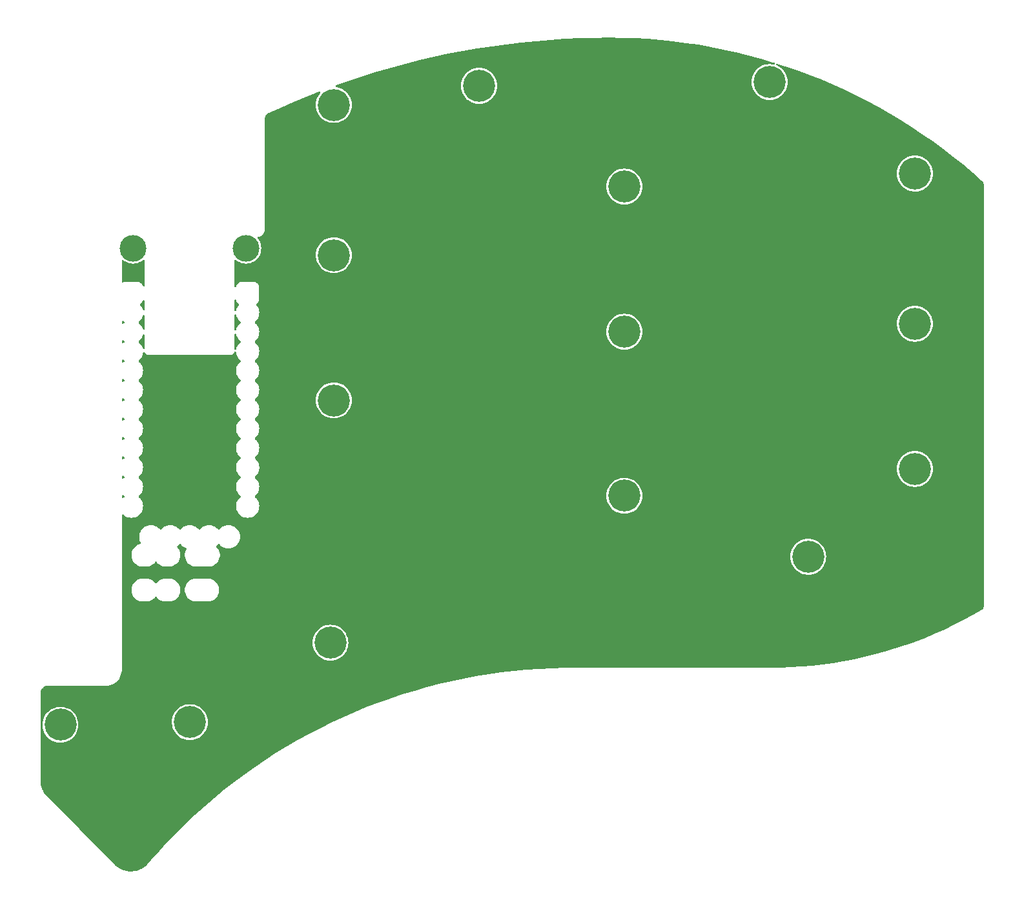
<source format=gbl>
%TF.GenerationSoftware,KiCad,Pcbnew,7.0.7-2.fc38*%
%TF.CreationDate,2023-10-05T15:22:51+05:30*%
%TF.ProjectId,bottom_plate,626f7474-6f6d-45f7-906c-6174652e6b69,rev?*%
%TF.SameCoordinates,Original*%
%TF.FileFunction,Copper,L2,Bot*%
%TF.FilePolarity,Positive*%
%FSLAX46Y46*%
G04 Gerber Fmt 4.6, Leading zero omitted, Abs format (unit mm)*
G04 Created by KiCad (PCBNEW 7.0.7-2.fc38) date 2023-10-05 15:22:51*
%MOMM*%
%LPD*%
G01*
G04 APERTURE LIST*
%TA.AperFunction,ComponentPad*%
%ADD10C,4.200000*%
%TD*%
%TA.AperFunction,ComponentPad*%
%ADD11C,3.500000*%
%TD*%
G04 APERTURE END LIST*
D10*
%TO.P,H103,*%
%TO.N,*%
X140906339Y-83435489D03*
%TD*%
%TO.P,H102,*%
%TO.N,*%
X140906350Y-64385490D03*
%TD*%
%TO.P,H18,*%
%TO.N,*%
X45829990Y-116671093D03*
%TD*%
%TO.P,H110,*%
%TO.N,*%
X64706339Y-35666056D03*
%TD*%
D11*
%TO.P,H115,*%
%TO.N,*%
X53181889Y-54480531D03*
%TD*%
D10*
%TO.P,H108,*%
%TO.N,*%
X102806338Y-86959989D03*
%TD*%
%TO.P,H105,*%
%TO.N,*%
X126906338Y-94960499D03*
%TD*%
%TO.P,H112,*%
%TO.N,*%
X64706342Y-74434994D03*
%TD*%
%TO.P,H113,*%
%TO.N,*%
X64247990Y-106243093D03*
%TD*%
D11*
%TO.P,H116,*%
%TO.N,*%
X38400564Y-54480077D03*
%TD*%
D10*
%TO.P,H104,*%
%TO.N,*%
X121856340Y-32666056D03*
%TD*%
%TO.P,H107,*%
%TO.N,*%
X102806347Y-65434996D03*
%TD*%
%TO.P,H114,*%
%TO.N,*%
X28851834Y-117014598D03*
%TD*%
%TO.P,H101,*%
%TO.N,*%
X140906345Y-44666058D03*
%TD*%
%TO.P,H109,*%
%TO.N,*%
X83756337Y-33166058D03*
%TD*%
%TO.P,H111,*%
%TO.N,*%
X64706336Y-55384996D03*
%TD*%
%TO.P,H106,*%
%TO.N,*%
X102806346Y-46384994D03*
%TD*%
%TA.AperFunction,Conductor*%
%TO.N,GND_R*%
G36*
X102484083Y-26854370D02*
G01*
X104160681Y-26912251D01*
X105835504Y-27008686D01*
X107507665Y-27143625D01*
X109176279Y-27316995D01*
X110840463Y-27528705D01*
X112499337Y-27778643D01*
X114152022Y-28066676D01*
X115797643Y-28392653D01*
X117435330Y-28756401D01*
X119064216Y-29157727D01*
X120683438Y-29596418D01*
X122292140Y-30072243D01*
X122486895Y-30134755D01*
X122545642Y-30174617D01*
X122573513Y-30239915D01*
X122561656Y-30309914D01*
X122513837Y-30362392D01*
X122445238Y-30380686D01*
X122423805Y-30378304D01*
X122164336Y-30326692D01*
X122164318Y-30326689D01*
X121856343Y-30306504D01*
X121856337Y-30306504D01*
X121548361Y-30326689D01*
X121548346Y-30326691D01*
X121302914Y-30375512D01*
X121245643Y-30386904D01*
X121245641Y-30386904D01*
X121245634Y-30386906D01*
X120953386Y-30486111D01*
X120953372Y-30486117D01*
X120676566Y-30622621D01*
X120419940Y-30794094D01*
X120419934Y-30794099D01*
X120187884Y-30997600D01*
X119984383Y-31229650D01*
X119984378Y-31229656D01*
X119812905Y-31486282D01*
X119676401Y-31763088D01*
X119676395Y-31763102D01*
X119577190Y-32055350D01*
X119577188Y-32055360D01*
X119516975Y-32358062D01*
X119516973Y-32358077D01*
X119496788Y-32666052D01*
X119496788Y-32666059D01*
X119516973Y-32974034D01*
X119516975Y-32974049D01*
X119577188Y-33276751D01*
X119577190Y-33276761D01*
X119676395Y-33569009D01*
X119676401Y-33569023D01*
X119812905Y-33845829D01*
X119984378Y-34102455D01*
X119984383Y-34102461D01*
X120187884Y-34334511D01*
X120419934Y-34538012D01*
X120419940Y-34538017D01*
X120676566Y-34709490D01*
X120785282Y-34763102D01*
X120953379Y-34845998D01*
X121245643Y-34945208D01*
X121507304Y-34997256D01*
X121548346Y-35005420D01*
X121548348Y-35005420D01*
X121548357Y-35005422D01*
X121724347Y-35016956D01*
X121856337Y-35025608D01*
X121856340Y-35025608D01*
X121856343Y-35025608D01*
X121971833Y-35018038D01*
X122164323Y-35005422D01*
X122467037Y-34945208D01*
X122759301Y-34845998D01*
X122943844Y-34754991D01*
X123036113Y-34709490D01*
X123036116Y-34709488D01*
X123292744Y-34538014D01*
X123524795Y-34334511D01*
X123728298Y-34102460D01*
X123899772Y-33845832D01*
X123899772Y-33845831D01*
X123899774Y-33845829D01*
X123945275Y-33753560D01*
X124036282Y-33569017D01*
X124135492Y-33276753D01*
X124195706Y-32974039D01*
X124208322Y-32781549D01*
X124215892Y-32666059D01*
X124215892Y-32666052D01*
X124195706Y-32358077D01*
X124195706Y-32358073D01*
X124135492Y-32055359D01*
X124036282Y-31763095D01*
X123988380Y-31665959D01*
X123899774Y-31486282D01*
X123728301Y-31229656D01*
X123728296Y-31229650D01*
X123524795Y-30997600D01*
X123292745Y-30794099D01*
X123292739Y-30794094D01*
X123036113Y-30622621D01*
X122755602Y-30484290D01*
X122756445Y-30482578D01*
X122707170Y-30442875D01*
X122684747Y-30375512D01*
X122702301Y-30306720D01*
X122754261Y-30258339D01*
X122824129Y-30245730D01*
X122849173Y-30251037D01*
X123889470Y-30584949D01*
X125474583Y-31134266D01*
X127046639Y-31719903D01*
X128604807Y-32341549D01*
X130148261Y-32998876D01*
X131676186Y-33691535D01*
X133187772Y-34419161D01*
X134682219Y-35181367D01*
X136158736Y-35977751D01*
X137616542Y-36807891D01*
X139054866Y-37671347D01*
X140472945Y-38567663D01*
X141870029Y-39496364D01*
X143245379Y-40456959D01*
X144598267Y-41448939D01*
X145927977Y-42471780D01*
X147233805Y-43524939D01*
X148515060Y-44607860D01*
X149609541Y-45576951D01*
X149766188Y-45715651D01*
X149771587Y-45721049D01*
X149828537Y-45785337D01*
X149843709Y-45806529D01*
X149881787Y-45873386D01*
X149892275Y-45897247D01*
X149915781Y-45970503D01*
X149921135Y-45996012D01*
X149930101Y-46082535D01*
X149930437Y-46089055D01*
X149930414Y-46155384D01*
X149930439Y-46155760D01*
X149930441Y-60182449D01*
X149930439Y-86210258D01*
X149930439Y-86210259D01*
X149930445Y-101415563D01*
X149930443Y-101415622D01*
X149930446Y-101482460D01*
X149930121Y-101488860D01*
X149921488Y-101573496D01*
X149916320Y-101598555D01*
X149893670Y-101670483D01*
X149883548Y-101693979D01*
X149846833Y-101759854D01*
X149832170Y-101780826D01*
X149782901Y-101837927D01*
X149764307Y-101855501D01*
X149698918Y-101905778D01*
X149691934Y-101910443D01*
X148496442Y-102598450D01*
X147273201Y-103261535D01*
X146033470Y-103893248D01*
X144778050Y-104493179D01*
X143507756Y-105060939D01*
X142223414Y-105596159D01*
X140925855Y-106098493D01*
X139615923Y-106567613D01*
X138294467Y-107003216D01*
X136962344Y-107405020D01*
X135620419Y-107772763D01*
X134269563Y-108106206D01*
X132910652Y-108405135D01*
X131544568Y-108669353D01*
X130172197Y-108898691D01*
X128794431Y-109092999D01*
X127412162Y-109252151D01*
X126026287Y-109376043D01*
X124637707Y-109464597D01*
X123247322Y-109517753D01*
X121855243Y-109535487D01*
X95864104Y-109535150D01*
X95860709Y-109534933D01*
X95793653Y-109535149D01*
X95757891Y-109535149D01*
X95754635Y-109535269D01*
X94959898Y-109537814D01*
X94959898Y-109537815D01*
X93295140Y-109581052D01*
X91631797Y-109662170D01*
X89970732Y-109781126D01*
X88312805Y-109937860D01*
X86658875Y-110132290D01*
X85009798Y-110364316D01*
X83366431Y-110633816D01*
X81729623Y-110940652D01*
X80100223Y-111284664D01*
X78479076Y-111665675D01*
X76867020Y-112083487D01*
X75264893Y-112537882D01*
X73673523Y-113028627D01*
X72093735Y-113555466D01*
X70526349Y-114118127D01*
X68972175Y-114716318D01*
X67432020Y-115349729D01*
X65906681Y-116018032D01*
X64396948Y-116720881D01*
X62903605Y-117457911D01*
X61427424Y-118228741D01*
X59969171Y-119032971D01*
X58529601Y-119870184D01*
X57109460Y-120739947D01*
X55709484Y-121641809D01*
X54330398Y-122575303D01*
X52972917Y-123539945D01*
X51637744Y-124535235D01*
X50325572Y-125560658D01*
X49037079Y-126615681D01*
X47772934Y-127699760D01*
X46533792Y-128812331D01*
X45320294Y-129952818D01*
X44133069Y-131120631D01*
X42972734Y-132315164D01*
X41839888Y-133535798D01*
X40735119Y-134781902D01*
X40224326Y-135385162D01*
X40211128Y-135398574D01*
X39987135Y-135594529D01*
X39981873Y-135598661D01*
X39720651Y-135782235D01*
X39714981Y-135785786D01*
X39435776Y-135940647D01*
X39429761Y-135943576D01*
X39135715Y-136067981D01*
X39129424Y-136070257D01*
X38823852Y-136162801D01*
X38817356Y-136164398D01*
X38503698Y-136224042D01*
X38497069Y-136224941D01*
X38178857Y-136251013D01*
X38172170Y-136251205D01*
X38032810Y-136247801D01*
X37852986Y-136243410D01*
X37846323Y-136242893D01*
X37529760Y-136201320D01*
X37523183Y-136200098D01*
X37212819Y-136125217D01*
X37206408Y-136123305D01*
X36905706Y-136015953D01*
X36899537Y-136013373D01*
X36751998Y-135942273D01*
X36611920Y-135874768D01*
X36606057Y-135871548D01*
X36334740Y-135703243D01*
X36329250Y-135699420D01*
X36087690Y-135511402D01*
X36081377Y-135505770D01*
X35976351Y-135398574D01*
X26714611Y-125945501D01*
X26694007Y-125917672D01*
X26589355Y-125725866D01*
X26579008Y-125706901D01*
X26576538Y-125701849D01*
X26505646Y-125538654D01*
X26455593Y-125423430D01*
X26453576Y-125418153D01*
X26434749Y-125361371D01*
X26358044Y-125130018D01*
X26356520Y-125124621D01*
X26287176Y-124829100D01*
X26286133Y-124823548D01*
X26243528Y-124523009D01*
X26242988Y-124517409D01*
X26227415Y-124213274D01*
X26227334Y-124210075D01*
X26227334Y-117014601D01*
X26492282Y-117014601D01*
X26512467Y-117322576D01*
X26512469Y-117322591D01*
X26539387Y-117457911D01*
X26562489Y-117574054D01*
X26572682Y-117625293D01*
X26572684Y-117625303D01*
X26671889Y-117917551D01*
X26671895Y-117917565D01*
X26808399Y-118194371D01*
X26979872Y-118450997D01*
X26979877Y-118451003D01*
X27183378Y-118683053D01*
X27237639Y-118730638D01*
X27374921Y-118851031D01*
X27415428Y-118886554D01*
X27415434Y-118886559D01*
X27672060Y-119058032D01*
X27851737Y-119146638D01*
X27948873Y-119194540D01*
X28241137Y-119293750D01*
X28502798Y-119345798D01*
X28543840Y-119353962D01*
X28543842Y-119353962D01*
X28543851Y-119353964D01*
X28719841Y-119365498D01*
X28851831Y-119374150D01*
X28851834Y-119374150D01*
X28851837Y-119374150D01*
X28967327Y-119366580D01*
X29159817Y-119353964D01*
X29462531Y-119293750D01*
X29754795Y-119194540D01*
X29939338Y-119103533D01*
X30031607Y-119058032D01*
X30192921Y-118950245D01*
X30288238Y-118886556D01*
X30520289Y-118683053D01*
X30723792Y-118451002D01*
X30895266Y-118194374D01*
X30895266Y-118194373D01*
X30895268Y-118194371D01*
X30940769Y-118102102D01*
X31031776Y-117917559D01*
X31130986Y-117625295D01*
X31191200Y-117322581D01*
X31211386Y-117014598D01*
X31209058Y-116979086D01*
X31191200Y-116706619D01*
X31191200Y-116706615D01*
X31184135Y-116671096D01*
X43470438Y-116671096D01*
X43490623Y-116979071D01*
X43490625Y-116979086D01*
X43497690Y-117014601D01*
X43549872Y-117276936D01*
X43550838Y-117281788D01*
X43550840Y-117281798D01*
X43650045Y-117574046D01*
X43650051Y-117574060D01*
X43786555Y-117850866D01*
X43958028Y-118107492D01*
X43958033Y-118107498D01*
X44161534Y-118339548D01*
X44393584Y-118543049D01*
X44393590Y-118543054D01*
X44650216Y-118714527D01*
X44829893Y-118803133D01*
X44927029Y-118851035D01*
X45219293Y-118950245D01*
X45480954Y-119002293D01*
X45521996Y-119010457D01*
X45521998Y-119010457D01*
X45522007Y-119010459D01*
X45697997Y-119021993D01*
X45829987Y-119030645D01*
X45829990Y-119030645D01*
X45829993Y-119030645D01*
X45945483Y-119023075D01*
X46137973Y-119010459D01*
X46440687Y-118950245D01*
X46732951Y-118851035D01*
X46917494Y-118760028D01*
X47009763Y-118714527D01*
X47056867Y-118683053D01*
X47266394Y-118543051D01*
X47498445Y-118339548D01*
X47701948Y-118107497D01*
X47873422Y-117850869D01*
X47873422Y-117850868D01*
X47873424Y-117850866D01*
X47918925Y-117758597D01*
X48009932Y-117574054D01*
X48109142Y-117281790D01*
X48169356Y-116979076D01*
X48189542Y-116671093D01*
X48169356Y-116363110D01*
X48109142Y-116060396D01*
X48009932Y-115768132D01*
X47916267Y-115578198D01*
X47873424Y-115491319D01*
X47701951Y-115234693D01*
X47701946Y-115234687D01*
X47498445Y-115002637D01*
X47266395Y-114799136D01*
X47266389Y-114799131D01*
X47009763Y-114627658D01*
X46732957Y-114491154D01*
X46732951Y-114491151D01*
X46732946Y-114491149D01*
X46732943Y-114491148D01*
X46440695Y-114391943D01*
X46440689Y-114391941D01*
X46440687Y-114391941D01*
X46353860Y-114374669D01*
X46137983Y-114331728D01*
X46137968Y-114331726D01*
X45829993Y-114311541D01*
X45829987Y-114311541D01*
X45522011Y-114331726D01*
X45521996Y-114331728D01*
X45262706Y-114383305D01*
X45219293Y-114391941D01*
X45219291Y-114391941D01*
X45219284Y-114391943D01*
X44927036Y-114491148D01*
X44927022Y-114491154D01*
X44650216Y-114627658D01*
X44393590Y-114799131D01*
X44393584Y-114799136D01*
X44161534Y-115002637D01*
X43958033Y-115234687D01*
X43958028Y-115234693D01*
X43786555Y-115491319D01*
X43650051Y-115768125D01*
X43650045Y-115768139D01*
X43550840Y-116060387D01*
X43550838Y-116060397D01*
X43490625Y-116363099D01*
X43490623Y-116363114D01*
X43470438Y-116671089D01*
X43470438Y-116671096D01*
X31184135Y-116671096D01*
X31130986Y-116403901D01*
X31031776Y-116111637D01*
X30983874Y-116014501D01*
X30895268Y-115834824D01*
X30723795Y-115578198D01*
X30723790Y-115578192D01*
X30520289Y-115346142D01*
X30288239Y-115142641D01*
X30288233Y-115142636D01*
X30031607Y-114971163D01*
X29754801Y-114834659D01*
X29754795Y-114834656D01*
X29754790Y-114834654D01*
X29754787Y-114834653D01*
X29462539Y-114735448D01*
X29462533Y-114735446D01*
X29462531Y-114735446D01*
X29366369Y-114716318D01*
X29159827Y-114675233D01*
X29159812Y-114675231D01*
X28851837Y-114655046D01*
X28851831Y-114655046D01*
X28543855Y-114675231D01*
X28543840Y-114675233D01*
X28284550Y-114726810D01*
X28241137Y-114735446D01*
X28241135Y-114735446D01*
X28241128Y-114735448D01*
X27948880Y-114834653D01*
X27948866Y-114834659D01*
X27672060Y-114971163D01*
X27415434Y-115142636D01*
X27415428Y-115142641D01*
X27183378Y-115346142D01*
X26979877Y-115578192D01*
X26979872Y-115578198D01*
X26808399Y-115834824D01*
X26671895Y-116111630D01*
X26671889Y-116111644D01*
X26572684Y-116403892D01*
X26572682Y-116403902D01*
X26512469Y-116706604D01*
X26512467Y-116706619D01*
X26492282Y-117014594D01*
X26492282Y-117014601D01*
X26227334Y-117014601D01*
X26227334Y-112892343D01*
X26227574Y-112886849D01*
X26241939Y-112722665D01*
X26245747Y-112701067D01*
X26286268Y-112549844D01*
X26293779Y-112529212D01*
X26310388Y-112493595D01*
X26359936Y-112387342D01*
X26370908Y-112368338D01*
X26460702Y-112240100D01*
X26474808Y-112223290D01*
X26585506Y-112112594D01*
X26602322Y-112098485D01*
X26730553Y-112008699D01*
X26749562Y-111997724D01*
X26891443Y-111931566D01*
X26912073Y-111924058D01*
X27063282Y-111883545D01*
X27084893Y-111879734D01*
X27249491Y-111865337D01*
X27254981Y-111865098D01*
X27317715Y-111865100D01*
X27317718Y-111865098D01*
X27326459Y-111865099D01*
X27326508Y-111865095D01*
X34832148Y-111864887D01*
X34839334Y-111865298D01*
X34844707Y-111865913D01*
X34844716Y-111865916D01*
X34905383Y-111864902D01*
X34906414Y-111864885D01*
X34938022Y-111864885D01*
X34938060Y-111864885D01*
X34938136Y-111864874D01*
X34945998Y-111864238D01*
X35041920Y-111862576D01*
X35301800Y-111824310D01*
X35554561Y-111752801D01*
X35795970Y-111649248D01*
X36021984Y-111515384D01*
X36228816Y-111353453D01*
X36413004Y-111166165D01*
X36571462Y-110956659D01*
X36701535Y-110728443D01*
X36801045Y-110485339D01*
X36868326Y-110231420D01*
X36902250Y-109970938D01*
X36902309Y-109877936D01*
X36902335Y-109877210D01*
X36902334Y-109875375D01*
X36902336Y-109875368D01*
X36902334Y-109839597D01*
X36902334Y-109773705D01*
X36902334Y-109765526D01*
X36902329Y-109765463D01*
X36902128Y-106243096D01*
X61888438Y-106243096D01*
X61908623Y-106551071D01*
X61908625Y-106551086D01*
X61968838Y-106853788D01*
X61968840Y-106853798D01*
X62068045Y-107146046D01*
X62068051Y-107146060D01*
X62204555Y-107422866D01*
X62376028Y-107679492D01*
X62376033Y-107679498D01*
X62579534Y-107911548D01*
X62811584Y-108115049D01*
X62811590Y-108115054D01*
X63068216Y-108286527D01*
X63247893Y-108375133D01*
X63345029Y-108423035D01*
X63637293Y-108522245D01*
X63898954Y-108574293D01*
X63939996Y-108582457D01*
X63939998Y-108582457D01*
X63940007Y-108582459D01*
X64115997Y-108593993D01*
X64247987Y-108602645D01*
X64247990Y-108602645D01*
X64247993Y-108602645D01*
X64363483Y-108595075D01*
X64555973Y-108582459D01*
X64858687Y-108522245D01*
X65150951Y-108423035D01*
X65335494Y-108332028D01*
X65427763Y-108286527D01*
X65427766Y-108286525D01*
X65684394Y-108115051D01*
X65916445Y-107911548D01*
X66119948Y-107679497D01*
X66291422Y-107422869D01*
X66291422Y-107422868D01*
X66291424Y-107422866D01*
X66359978Y-107283851D01*
X66427932Y-107146054D01*
X66527142Y-106853790D01*
X66587356Y-106551076D01*
X66607542Y-106243093D01*
X66587356Y-105935110D01*
X66527142Y-105632396D01*
X66427932Y-105340132D01*
X66311704Y-105104444D01*
X66291424Y-105063319D01*
X66119951Y-104806693D01*
X66119946Y-104806687D01*
X65916445Y-104574637D01*
X65684395Y-104371136D01*
X65684389Y-104371131D01*
X65427763Y-104199658D01*
X65150957Y-104063154D01*
X65150951Y-104063151D01*
X65150946Y-104063149D01*
X65150943Y-104063148D01*
X64858695Y-103963943D01*
X64858689Y-103963941D01*
X64858687Y-103963941D01*
X64771860Y-103946669D01*
X64555983Y-103903728D01*
X64555968Y-103903726D01*
X64247993Y-103883541D01*
X64247987Y-103883541D01*
X63940011Y-103903726D01*
X63939996Y-103903728D01*
X63680706Y-103955305D01*
X63637293Y-103963941D01*
X63637291Y-103963941D01*
X63637284Y-103963943D01*
X63345036Y-104063148D01*
X63345022Y-104063154D01*
X63068216Y-104199658D01*
X62811590Y-104371131D01*
X62811584Y-104371136D01*
X62579534Y-104574637D01*
X62376033Y-104806687D01*
X62376028Y-104806693D01*
X62204555Y-105063319D01*
X62068051Y-105340125D01*
X62068045Y-105340139D01*
X61968840Y-105632387D01*
X61968838Y-105632397D01*
X61908625Y-105935099D01*
X61908623Y-105935114D01*
X61888438Y-106243089D01*
X61888438Y-106243096D01*
X36902128Y-106243096D01*
X36901739Y-99448691D01*
X38161974Y-99448691D01*
X38182827Y-99580352D01*
X38198922Y-99681972D01*
X38271899Y-99906572D01*
X38271905Y-99906590D01*
X38379123Y-100117017D01*
X38379132Y-100117034D01*
X38379142Y-100117048D01*
X38517955Y-100308107D01*
X38517957Y-100308109D01*
X38517959Y-100308112D01*
X38684955Y-100475108D01*
X38684958Y-100475110D01*
X38684961Y-100475113D01*
X38876037Y-100613938D01*
X39086477Y-100721163D01*
X39311100Y-100794148D01*
X39544376Y-100831096D01*
X39626669Y-100831096D01*
X39996575Y-100831096D01*
X40010268Y-100831096D01*
X40010295Y-100831104D01*
X40062467Y-100831104D01*
X40180556Y-100831104D01*
X40180559Y-100831104D01*
X40413836Y-100794157D01*
X40638462Y-100721173D01*
X40848904Y-100613947D01*
X41039982Y-100475122D01*
X41206990Y-100308114D01*
X41260541Y-100234406D01*
X41316759Y-100191056D01*
X41387495Y-100184979D01*
X41450287Y-100218110D01*
X41464410Y-100234409D01*
X41517956Y-100308109D01*
X41684955Y-100475108D01*
X41684958Y-100475110D01*
X41684961Y-100475113D01*
X41876037Y-100613938D01*
X42086477Y-100721163D01*
X42311100Y-100794148D01*
X42544376Y-100831096D01*
X42626669Y-100831096D01*
X42996575Y-100831096D01*
X43010268Y-100831096D01*
X43010295Y-100831104D01*
X43062467Y-100831104D01*
X43180556Y-100831104D01*
X43180559Y-100831104D01*
X43413836Y-100794157D01*
X43638462Y-100721173D01*
X43848904Y-100613947D01*
X44039982Y-100475122D01*
X44206990Y-100308114D01*
X44345816Y-100117036D01*
X44453041Y-99906594D01*
X44526027Y-99681969D01*
X44562974Y-99448692D01*
X44562974Y-99448689D01*
X45162004Y-99448689D01*
X45198949Y-99681960D01*
X45198950Y-99681965D01*
X45271928Y-99906572D01*
X45271930Y-99906579D01*
X45379151Y-100117016D01*
X45379176Y-100117050D01*
X45517972Y-100308091D01*
X45684971Y-100475096D01*
X45684972Y-100475097D01*
X45876042Y-100613923D01*
X46086467Y-100721147D01*
X46086470Y-100721148D01*
X46086476Y-100721151D01*
X46311093Y-100794139D01*
X46544363Y-100831093D01*
X46544371Y-100831093D01*
X46626116Y-100831094D01*
X46626133Y-100831096D01*
X46662452Y-100831096D01*
X46728344Y-100831098D01*
X46728347Y-100831096D01*
X46737107Y-100831097D01*
X46737136Y-100831096D01*
X48110252Y-100831096D01*
X48110272Y-100831102D01*
X48162452Y-100831103D01*
X48162452Y-100831104D01*
X48280547Y-100831108D01*
X48513829Y-100794166D01*
X48738460Y-100721186D01*
X48948909Y-100613963D01*
X49139993Y-100475138D01*
X49307006Y-100308129D01*
X49445837Y-100117050D01*
X49553067Y-99906605D01*
X49626055Y-99681976D01*
X49663004Y-99448695D01*
X49663004Y-99212505D01*
X49626055Y-98979224D01*
X49553067Y-98754595D01*
X49445837Y-98544150D01*
X49307006Y-98353071D01*
X49307005Y-98353070D01*
X49307000Y-98353064D01*
X49140003Y-98186071D01*
X49139997Y-98186066D01*
X49139993Y-98186062D01*
X48948909Y-98047237D01*
X48948906Y-98047235D01*
X48948904Y-98047234D01*
X48948903Y-98047233D01*
X48738465Y-97940016D01*
X48738454Y-97940011D01*
X48513831Y-97867034D01*
X48513829Y-97867033D01*
X48280551Y-97830092D01*
X48280547Y-97830092D01*
X48162452Y-97830096D01*
X46737136Y-97830096D01*
X46737107Y-97830094D01*
X46728344Y-97830094D01*
X46662452Y-97830096D01*
X46624736Y-97830096D01*
X46624483Y-97830104D01*
X46544361Y-97830106D01*
X46311095Y-97867060D01*
X46086479Y-97940048D01*
X46086467Y-97940052D01*
X45876042Y-98047276D01*
X45684972Y-98186102D01*
X45517970Y-98353111D01*
X45379151Y-98544183D01*
X45271930Y-98754620D01*
X45271928Y-98754627D01*
X45198950Y-98979234D01*
X45198949Y-98979239D01*
X45198949Y-98979240D01*
X45162004Y-99212511D01*
X45162004Y-99448689D01*
X44562974Y-99448689D01*
X44562974Y-99212508D01*
X44526027Y-98979231D01*
X44453041Y-98754606D01*
X44345816Y-98544164D01*
X44206990Y-98353086D01*
X44206987Y-98353083D01*
X44206985Y-98353080D01*
X44039983Y-98186078D01*
X43848906Y-98047254D01*
X43841035Y-98043244D01*
X43638462Y-97940027D01*
X43638459Y-97940026D01*
X43638457Y-97940025D01*
X43413839Y-97867044D01*
X43413836Y-97867043D01*
X43180559Y-97830096D01*
X43098267Y-97830096D01*
X42626669Y-97830096D01*
X42624538Y-97830096D01*
X42624311Y-97830104D01*
X42544376Y-97830104D01*
X42427737Y-97848578D01*
X42311097Y-97867052D01*
X42086478Y-97940036D01*
X41876033Y-98047264D01*
X41684958Y-98186089D01*
X41684955Y-98186091D01*
X41517959Y-98353087D01*
X41517954Y-98353093D01*
X41464409Y-98426791D01*
X41408187Y-98470144D01*
X41337450Y-98476219D01*
X41274659Y-98443087D01*
X41260544Y-98426797D01*
X41206990Y-98353086D01*
X41206987Y-98353083D01*
X41206985Y-98353080D01*
X41039983Y-98186078D01*
X40848906Y-98047254D01*
X40841035Y-98043244D01*
X40638462Y-97940027D01*
X40638459Y-97940026D01*
X40638457Y-97940025D01*
X40413839Y-97867044D01*
X40413836Y-97867043D01*
X40180559Y-97830096D01*
X40098267Y-97830096D01*
X39626669Y-97830096D01*
X39624538Y-97830096D01*
X39624311Y-97830104D01*
X39544376Y-97830104D01*
X39427737Y-97848578D01*
X39311097Y-97867052D01*
X39086478Y-97940036D01*
X38876033Y-98047264D01*
X38684958Y-98186089D01*
X38684955Y-98186091D01*
X38517959Y-98353087D01*
X38517957Y-98353090D01*
X38379132Y-98544165D01*
X38271906Y-98754608D01*
X38271903Y-98754614D01*
X38198922Y-98979227D01*
X38198921Y-98979232D01*
X38198921Y-98979233D01*
X38161974Y-99212509D01*
X38161974Y-99448691D01*
X36901739Y-99448691D01*
X36901476Y-94848691D01*
X38161974Y-94848691D01*
X38182827Y-94980352D01*
X38198922Y-95081972D01*
X38259521Y-95268477D01*
X38271905Y-95306590D01*
X38379123Y-95517017D01*
X38379132Y-95517034D01*
X38379142Y-95517048D01*
X38517955Y-95708107D01*
X38517956Y-95708109D01*
X38517957Y-95708109D01*
X38517959Y-95708112D01*
X38684955Y-95875108D01*
X38684958Y-95875110D01*
X38684961Y-95875113D01*
X38876037Y-96013938D01*
X39086477Y-96121163D01*
X39311100Y-96194148D01*
X39544376Y-96231096D01*
X39626669Y-96231096D01*
X39996575Y-96231096D01*
X40010268Y-96231096D01*
X40010295Y-96231104D01*
X40062467Y-96231104D01*
X40180556Y-96231104D01*
X40180559Y-96231104D01*
X40413836Y-96194157D01*
X40638462Y-96121173D01*
X40848904Y-96013947D01*
X41039982Y-95875122D01*
X41206990Y-95708114D01*
X41260541Y-95634406D01*
X41316759Y-95591056D01*
X41387495Y-95584979D01*
X41450287Y-95618110D01*
X41464410Y-95634409D01*
X41517956Y-95708109D01*
X41684955Y-95875108D01*
X41684958Y-95875110D01*
X41684961Y-95875113D01*
X41876037Y-96013938D01*
X42086477Y-96121163D01*
X42311100Y-96194148D01*
X42544376Y-96231096D01*
X42626669Y-96231096D01*
X42996575Y-96231096D01*
X43010268Y-96231096D01*
X43010295Y-96231104D01*
X43062467Y-96231104D01*
X43180556Y-96231104D01*
X43180559Y-96231104D01*
X43413836Y-96194157D01*
X43638462Y-96121173D01*
X43848904Y-96013947D01*
X44039982Y-95875122D01*
X44206990Y-95708114D01*
X44345816Y-95517036D01*
X44453041Y-95306594D01*
X44526027Y-95081969D01*
X44562974Y-94848692D01*
X44562974Y-94612508D01*
X44526027Y-94379231D01*
X44453041Y-94154606D01*
X44345816Y-93944164D01*
X44206990Y-93753086D01*
X44206987Y-93753083D01*
X44206985Y-93753080D01*
X44179159Y-93725254D01*
X44145133Y-93662942D01*
X44150198Y-93592127D01*
X44186421Y-93540350D01*
X44333584Y-93414662D01*
X44425746Y-93306753D01*
X44485196Y-93267945D01*
X44556191Y-93267437D01*
X44616190Y-93305393D01*
X44617368Y-93306754D01*
X44709529Y-93414662D01*
X44837657Y-93524093D01*
X44892118Y-93570607D01*
X45096853Y-93696068D01*
X45308416Y-93783700D01*
X45363695Y-93828247D01*
X45386116Y-93895611D01*
X45372463Y-93957310D01*
X45271930Y-94154620D01*
X45271928Y-94154627D01*
X45198950Y-94379234D01*
X45198949Y-94379239D01*
X45198949Y-94379240D01*
X45162004Y-94612511D01*
X45162004Y-94848689D01*
X45198949Y-95081960D01*
X45198950Y-95081965D01*
X45271928Y-95306572D01*
X45271930Y-95306579D01*
X45379151Y-95517016D01*
X45379176Y-95517050D01*
X45517972Y-95708091D01*
X45673327Y-95863452D01*
X45684972Y-95875097D01*
X45876042Y-96013923D01*
X46086467Y-96121147D01*
X46086470Y-96121148D01*
X46086476Y-96121151D01*
X46311093Y-96194139D01*
X46544363Y-96231093D01*
X46544371Y-96231093D01*
X46626116Y-96231094D01*
X46626133Y-96231096D01*
X46662452Y-96231096D01*
X46728344Y-96231098D01*
X46728347Y-96231096D01*
X46737107Y-96231097D01*
X46737136Y-96231096D01*
X48210252Y-96231096D01*
X48210272Y-96231102D01*
X48262452Y-96231103D01*
X48262452Y-96231104D01*
X48380547Y-96231108D01*
X48613829Y-96194166D01*
X48838460Y-96121186D01*
X49048909Y-96013963D01*
X49239993Y-95875138D01*
X49407006Y-95708129D01*
X49545837Y-95517050D01*
X49653067Y-95306605D01*
X49726055Y-95081976D01*
X49745295Y-94960502D01*
X124546786Y-94960502D01*
X124566971Y-95268477D01*
X124566973Y-95268492D01*
X124609910Y-95484342D01*
X124616413Y-95517039D01*
X124627186Y-95571194D01*
X124627188Y-95571204D01*
X124726393Y-95863452D01*
X124726399Y-95863466D01*
X124862903Y-96140272D01*
X125034376Y-96396898D01*
X125034381Y-96396904D01*
X125237882Y-96628954D01*
X125469932Y-96832455D01*
X125469938Y-96832460D01*
X125726564Y-97003933D01*
X125906241Y-97092539D01*
X126003377Y-97140441D01*
X126295641Y-97239651D01*
X126557302Y-97291699D01*
X126598344Y-97299863D01*
X126598346Y-97299863D01*
X126598355Y-97299865D01*
X126774345Y-97311399D01*
X126906335Y-97320051D01*
X126906338Y-97320051D01*
X126906341Y-97320051D01*
X127021831Y-97312481D01*
X127214321Y-97299865D01*
X127517035Y-97239651D01*
X127809299Y-97140441D01*
X127993842Y-97049434D01*
X128086111Y-97003933D01*
X128086114Y-97003931D01*
X128342742Y-96832457D01*
X128574793Y-96628954D01*
X128778296Y-96396903D01*
X128949770Y-96140275D01*
X128949770Y-96140274D01*
X128949772Y-96140272D01*
X128995273Y-96048003D01*
X129086280Y-95863460D01*
X129185490Y-95571196D01*
X129245704Y-95268482D01*
X129258320Y-95075992D01*
X129265890Y-94960502D01*
X129265890Y-94960495D01*
X129245704Y-94652520D01*
X129245704Y-94652516D01*
X129185490Y-94349802D01*
X129086280Y-94057538D01*
X129030363Y-93944150D01*
X128949772Y-93780725D01*
X128778299Y-93524099D01*
X128778294Y-93524093D01*
X128574793Y-93292043D01*
X128342743Y-93088542D01*
X128342737Y-93088537D01*
X128086111Y-92917064D01*
X127809305Y-92780560D01*
X127809299Y-92780557D01*
X127809294Y-92780555D01*
X127809291Y-92780554D01*
X127517043Y-92681349D01*
X127517037Y-92681347D01*
X127517035Y-92681347D01*
X127430208Y-92664075D01*
X127214331Y-92621134D01*
X127214316Y-92621132D01*
X126906341Y-92600947D01*
X126906335Y-92600947D01*
X126598359Y-92621132D01*
X126598344Y-92621134D01*
X126339054Y-92672711D01*
X126295641Y-92681347D01*
X126295639Y-92681347D01*
X126295632Y-92681349D01*
X126003384Y-92780554D01*
X126003370Y-92780560D01*
X125726564Y-92917064D01*
X125469938Y-93088537D01*
X125469932Y-93088542D01*
X125237882Y-93292043D01*
X125034381Y-93524093D01*
X125034376Y-93524099D01*
X124862903Y-93780725D01*
X124726399Y-94057531D01*
X124726393Y-94057545D01*
X124627188Y-94349793D01*
X124627186Y-94349803D01*
X124566973Y-94652505D01*
X124566971Y-94652520D01*
X124546786Y-94960495D01*
X124546786Y-94960502D01*
X49745295Y-94960502D01*
X49763004Y-94848695D01*
X49763004Y-94612505D01*
X49726055Y-94379224D01*
X49653067Y-94154595D01*
X49545837Y-93944150D01*
X49407006Y-93753071D01*
X49407005Y-93753070D01*
X49407000Y-93753064D01*
X49323898Y-93669964D01*
X49289872Y-93607653D01*
X49294936Y-93536837D01*
X49331160Y-93485058D01*
X49413584Y-93414662D01*
X49505746Y-93306753D01*
X49565196Y-93267945D01*
X49636191Y-93267437D01*
X49696190Y-93305393D01*
X49697368Y-93306754D01*
X49789529Y-93414662D01*
X49917657Y-93524093D01*
X49972118Y-93570607D01*
X50176853Y-93696068D01*
X50398694Y-93787958D01*
X50632178Y-93844012D01*
X50871557Y-93862852D01*
X51110936Y-93844012D01*
X51344420Y-93787958D01*
X51566261Y-93696068D01*
X51770996Y-93570607D01*
X51953584Y-93414662D01*
X52109529Y-93232074D01*
X52234990Y-93027339D01*
X52326880Y-92805498D01*
X52382934Y-92572014D01*
X52401774Y-92332635D01*
X52382934Y-92093256D01*
X52326880Y-91859772D01*
X52234990Y-91637931D01*
X52109529Y-91433196D01*
X52109526Y-91433192D01*
X51953584Y-91250607D01*
X51770999Y-91094665D01*
X51770992Y-91094660D01*
X51650953Y-91021101D01*
X51566261Y-90969202D01*
X51344420Y-90877312D01*
X51344418Y-90877311D01*
X51184697Y-90838966D01*
X51110936Y-90821258D01*
X50871557Y-90802418D01*
X50871556Y-90802418D01*
X50632178Y-90821258D01*
X50398695Y-90877311D01*
X50176851Y-90969203D01*
X49972121Y-91094660D01*
X49972114Y-91094665D01*
X49789532Y-91250605D01*
X49697368Y-91358516D01*
X49637918Y-91397325D01*
X49566923Y-91397831D01*
X49506924Y-91359875D01*
X49505746Y-91358516D01*
X49413581Y-91250605D01*
X49230999Y-91094665D01*
X49230992Y-91094660D01*
X49110953Y-91021101D01*
X49026261Y-90969202D01*
X48804420Y-90877312D01*
X48804418Y-90877311D01*
X48644697Y-90838966D01*
X48570936Y-90821258D01*
X48331557Y-90802418D01*
X48092178Y-90821258D01*
X47858695Y-90877311D01*
X47636851Y-90969203D01*
X47432121Y-91094660D01*
X47432114Y-91094665D01*
X47249532Y-91250605D01*
X47157368Y-91358516D01*
X47097918Y-91397325D01*
X47026923Y-91397831D01*
X46966924Y-91359875D01*
X46965746Y-91358516D01*
X46873581Y-91250605D01*
X46690999Y-91094665D01*
X46690992Y-91094660D01*
X46570953Y-91021101D01*
X46486261Y-90969202D01*
X46264420Y-90877312D01*
X46264418Y-90877311D01*
X46104697Y-90838966D01*
X46030936Y-90821258D01*
X45791557Y-90802418D01*
X45791556Y-90802418D01*
X45552178Y-90821258D01*
X45318695Y-90877311D01*
X45096851Y-90969203D01*
X44892121Y-91094660D01*
X44892114Y-91094665D01*
X44709532Y-91250605D01*
X44617368Y-91358516D01*
X44557918Y-91397325D01*
X44486923Y-91397831D01*
X44426924Y-91359875D01*
X44425746Y-91358516D01*
X44333581Y-91250605D01*
X44150999Y-91094665D01*
X44150992Y-91094660D01*
X44030953Y-91021101D01*
X43946261Y-90969202D01*
X43724420Y-90877312D01*
X43724418Y-90877311D01*
X43564697Y-90838966D01*
X43490936Y-90821258D01*
X43251557Y-90802418D01*
X43012178Y-90821258D01*
X42778695Y-90877311D01*
X42556851Y-90969203D01*
X42352121Y-91094660D01*
X42352114Y-91094665D01*
X42169532Y-91250605D01*
X42077368Y-91358516D01*
X42017918Y-91397325D01*
X41946923Y-91397831D01*
X41886924Y-91359875D01*
X41885746Y-91358516D01*
X41793581Y-91250605D01*
X41610999Y-91094665D01*
X41610992Y-91094660D01*
X41490953Y-91021101D01*
X41406261Y-90969202D01*
X41184420Y-90877312D01*
X41184418Y-90877311D01*
X41024697Y-90838966D01*
X40950936Y-90821258D01*
X40711557Y-90802418D01*
X40711556Y-90802418D01*
X40472178Y-90821258D01*
X40238695Y-90877311D01*
X40016851Y-90969203D01*
X39812121Y-91094660D01*
X39812114Y-91094665D01*
X39629529Y-91250607D01*
X39473587Y-91433192D01*
X39473582Y-91433199D01*
X39348125Y-91637929D01*
X39256233Y-91859773D01*
X39200180Y-92093256D01*
X39181340Y-92332634D01*
X39200180Y-92572013D01*
X39256233Y-92805496D01*
X39348125Y-93027341D01*
X39380969Y-93080938D01*
X39399507Y-93149472D01*
X39378050Y-93217148D01*
X39323411Y-93262481D01*
X39312473Y-93266605D01*
X39086478Y-93340036D01*
X38876033Y-93447264D01*
X38684958Y-93586089D01*
X38684955Y-93586091D01*
X38517959Y-93753087D01*
X38517957Y-93753090D01*
X38379132Y-93944165D01*
X38271906Y-94154608D01*
X38271903Y-94154614D01*
X38198922Y-94379227D01*
X38198921Y-94379232D01*
X38198921Y-94379233D01*
X38161974Y-94612509D01*
X38161974Y-94848691D01*
X36901476Y-94848691D01*
X36901442Y-94258086D01*
X36901404Y-89508534D01*
X36921406Y-89440416D01*
X36975061Y-89393923D01*
X37045335Y-89383818D01*
X37109234Y-89412725D01*
X37271868Y-89551627D01*
X37271872Y-89551630D01*
X37476607Y-89677091D01*
X37698448Y-89768981D01*
X37931932Y-89825035D01*
X38171311Y-89843875D01*
X38410690Y-89825035D01*
X38644174Y-89768981D01*
X38866015Y-89677091D01*
X39070750Y-89551630D01*
X39253338Y-89395685D01*
X39409283Y-89213097D01*
X39534744Y-89008362D01*
X39626634Y-88786521D01*
X39682688Y-88553037D01*
X39701528Y-88313658D01*
X39682688Y-88074279D01*
X39626634Y-87840795D01*
X39534744Y-87618954D01*
X39409283Y-87414219D01*
X39284385Y-87267982D01*
X39253338Y-87231630D01*
X39145430Y-87139469D01*
X39106621Y-87080019D01*
X39106113Y-87009024D01*
X39144069Y-86949025D01*
X39145430Y-86947847D01*
X39200984Y-86900400D01*
X39253338Y-86855685D01*
X39409283Y-86673097D01*
X39534744Y-86468362D01*
X39626634Y-86246521D01*
X39682688Y-86013037D01*
X39701528Y-85773658D01*
X39682688Y-85534279D01*
X39626634Y-85300795D01*
X39534744Y-85078954D01*
X39409283Y-84874219D01*
X39407297Y-84871894D01*
X39253340Y-84691633D01*
X39253336Y-84691630D01*
X39145429Y-84599468D01*
X39106621Y-84540019D01*
X39106115Y-84469024D01*
X39144071Y-84409025D01*
X39145430Y-84407847D01*
X39201003Y-84360383D01*
X39253338Y-84315685D01*
X39409283Y-84133097D01*
X39534744Y-83928362D01*
X39626634Y-83706521D01*
X39682688Y-83473037D01*
X39701528Y-83233658D01*
X39682688Y-82994279D01*
X39626634Y-82760795D01*
X39534744Y-82538954D01*
X39409283Y-82334219D01*
X39342234Y-82255715D01*
X39253340Y-82151633D01*
X39200134Y-82106191D01*
X39145428Y-82059467D01*
X39106620Y-82000017D01*
X39106114Y-81929023D01*
X39144070Y-81869024D01*
X39145257Y-81867994D01*
X39253338Y-81775685D01*
X39409283Y-81593097D01*
X39534744Y-81388362D01*
X39626634Y-81166521D01*
X39682688Y-80933037D01*
X39701528Y-80693658D01*
X39682688Y-80454279D01*
X39626634Y-80220795D01*
X39534744Y-79998954D01*
X39409283Y-79794219D01*
X39263637Y-79623689D01*
X39253338Y-79611630D01*
X39145430Y-79519469D01*
X39106621Y-79460019D01*
X39106113Y-79389024D01*
X39144069Y-79329025D01*
X39145430Y-79327847D01*
X39233468Y-79252656D01*
X39253338Y-79235685D01*
X39409283Y-79053097D01*
X39534744Y-78848362D01*
X39626634Y-78626521D01*
X39682688Y-78393037D01*
X39701528Y-78153658D01*
X39682688Y-77914279D01*
X39626634Y-77680795D01*
X39534744Y-77458954D01*
X39409283Y-77254219D01*
X39254593Y-77073101D01*
X39253340Y-77071633D01*
X39253336Y-77071630D01*
X39145429Y-76979468D01*
X39106621Y-76920019D01*
X39106115Y-76849024D01*
X39144071Y-76789025D01*
X39145430Y-76787847D01*
X39161221Y-76774360D01*
X39253338Y-76695685D01*
X39409283Y-76513097D01*
X39534744Y-76308362D01*
X39626634Y-76086521D01*
X39682688Y-75853037D01*
X39701528Y-75613658D01*
X39682688Y-75374279D01*
X39626634Y-75140795D01*
X39534744Y-74918954D01*
X39409283Y-74714219D01*
X39263666Y-74543723D01*
X39253338Y-74531630D01*
X39145430Y-74439469D01*
X39106621Y-74380019D01*
X39106113Y-74309024D01*
X39144069Y-74249025D01*
X39145430Y-74247847D01*
X39253338Y-74155685D01*
X39263561Y-74143715D01*
X39409283Y-73973097D01*
X39534744Y-73768362D01*
X39626634Y-73546521D01*
X39682688Y-73313037D01*
X39701528Y-73073658D01*
X39682688Y-72834279D01*
X39626634Y-72600795D01*
X39534744Y-72378954D01*
X39409283Y-72174219D01*
X39409280Y-72174215D01*
X39253338Y-71991630D01*
X39145430Y-71899469D01*
X39106621Y-71840019D01*
X39106113Y-71769024D01*
X39144069Y-71709025D01*
X39145430Y-71707847D01*
X39253338Y-71615685D01*
X39409280Y-71433100D01*
X39409283Y-71433097D01*
X39534744Y-71228362D01*
X39626634Y-71006521D01*
X39682688Y-70773037D01*
X39701528Y-70533658D01*
X39682688Y-70294279D01*
X39626634Y-70060795D01*
X39534744Y-69838954D01*
X39409283Y-69634219D01*
X39263695Y-69463757D01*
X39253338Y-69451630D01*
X39145430Y-69359469D01*
X39106621Y-69300019D01*
X39106113Y-69229024D01*
X39144069Y-69169025D01*
X39145430Y-69167847D01*
X39253338Y-69075685D01*
X39409280Y-68893100D01*
X39409283Y-68893097D01*
X39534744Y-68688362D01*
X39626634Y-68466521D01*
X39682688Y-68233037D01*
X39684048Y-68215751D01*
X39709329Y-68149413D01*
X39766466Y-68107271D01*
X39837316Y-68102709D01*
X39899385Y-68137175D01*
X39930553Y-68190130D01*
X39931880Y-68194651D01*
X39931883Y-68194657D01*
X39946561Y-68217497D01*
X39955172Y-68233266D01*
X39966453Y-68257964D01*
X39966458Y-68257972D01*
X39984236Y-68278489D01*
X39995007Y-68292877D01*
X40009691Y-68315726D01*
X40025679Y-68329580D01*
X40030213Y-68333509D01*
X40042922Y-68346218D01*
X40060706Y-68366741D01*
X40083550Y-68381422D01*
X40097940Y-68392193D01*
X40118461Y-68409975D01*
X40143166Y-68421257D01*
X40158937Y-68429870D01*
X40181777Y-68444549D01*
X40181778Y-68444549D01*
X40181781Y-68444551D01*
X40207834Y-68452200D01*
X40224671Y-68458480D01*
X40249377Y-68469763D01*
X40276266Y-68473629D01*
X40293814Y-68477446D01*
X40319873Y-68485098D01*
X40319877Y-68485098D01*
X51243792Y-68485098D01*
X51243795Y-68485098D01*
X51269851Y-68477446D01*
X51287401Y-68473628D01*
X51314291Y-68469763D01*
X51338994Y-68458480D01*
X51355831Y-68452201D01*
X51381887Y-68444551D01*
X51404736Y-68429866D01*
X51420504Y-68421256D01*
X51445207Y-68409975D01*
X51465730Y-68392190D01*
X51480103Y-68381430D01*
X51502962Y-68366741D01*
X51520745Y-68346217D01*
X51533456Y-68333507D01*
X51553977Y-68315726D01*
X51568666Y-68292867D01*
X51579431Y-68278489D01*
X51597211Y-68257971D01*
X51608493Y-68233266D01*
X51617104Y-68217497D01*
X51631787Y-68194651D01*
X51639437Y-68168595D01*
X51645715Y-68151761D01*
X51655048Y-68131324D01*
X51701542Y-68077673D01*
X51769664Y-68057674D01*
X51837784Y-68077679D01*
X51884275Y-68131336D01*
X51895270Y-68173787D01*
X51899933Y-68233030D01*
X51899934Y-68233037D01*
X51927106Y-68346218D01*
X51955987Y-68466519D01*
X51960515Y-68477450D01*
X52047878Y-68688362D01*
X52047879Y-68688363D01*
X52173336Y-68893093D01*
X52173341Y-68893100D01*
X52327662Y-69073786D01*
X52329284Y-69075685D01*
X52349075Y-69092588D01*
X52437192Y-69167847D01*
X52476001Y-69227297D01*
X52476507Y-69298292D01*
X52438551Y-69358291D01*
X52437192Y-69359469D01*
X52329281Y-69451633D01*
X52173341Y-69634215D01*
X52173336Y-69634222D01*
X52047879Y-69838952D01*
X51955987Y-70060796D01*
X51899934Y-70294279D01*
X51881094Y-70533658D01*
X51899934Y-70773036D01*
X51955987Y-71006519D01*
X51955988Y-71006521D01*
X52047878Y-71228362D01*
X52047879Y-71228363D01*
X52173336Y-71433093D01*
X52173341Y-71433100D01*
X52329281Y-71615682D01*
X52329284Y-71615685D01*
X52349095Y-71632605D01*
X52437192Y-71707847D01*
X52476001Y-71767297D01*
X52476507Y-71838292D01*
X52438551Y-71898291D01*
X52437192Y-71899469D01*
X52329281Y-71991633D01*
X52173341Y-72174215D01*
X52173336Y-72174222D01*
X52047879Y-72378952D01*
X51955987Y-72600796D01*
X51899934Y-72834279D01*
X51881094Y-73073658D01*
X51899934Y-73313036D01*
X51955987Y-73546519D01*
X51955988Y-73546521D01*
X52047878Y-73768362D01*
X52099777Y-73853054D01*
X52173336Y-73973093D01*
X52173341Y-73973100D01*
X52327691Y-74153820D01*
X52329284Y-74155685D01*
X52349115Y-74172622D01*
X52437192Y-74247847D01*
X52476001Y-74307297D01*
X52476507Y-74378292D01*
X52438551Y-74438291D01*
X52437192Y-74439469D01*
X52329281Y-74531633D01*
X52173341Y-74714215D01*
X52173336Y-74714222D01*
X52047879Y-74918952D01*
X51955987Y-75140796D01*
X51899934Y-75374279D01*
X51881094Y-75613657D01*
X51899934Y-75853036D01*
X51955987Y-76086519D01*
X51955988Y-76086521D01*
X52047878Y-76308362D01*
X52047879Y-76308363D01*
X52173336Y-76513093D01*
X52173341Y-76513100D01*
X52329281Y-76695682D01*
X52329284Y-76695685D01*
X52349135Y-76712639D01*
X52437192Y-76787847D01*
X52476001Y-76847297D01*
X52476507Y-76918292D01*
X52438551Y-76978291D01*
X52437192Y-76979469D01*
X52329281Y-77071633D01*
X52173341Y-77254215D01*
X52173336Y-77254222D01*
X52047879Y-77458952D01*
X51955987Y-77680796D01*
X51899934Y-77914279D01*
X51881094Y-78153657D01*
X51899934Y-78393036D01*
X51955987Y-78626519D01*
X51955988Y-78626521D01*
X52047878Y-78848362D01*
X52047879Y-78848363D01*
X52173336Y-79053093D01*
X52173341Y-79053100D01*
X52327720Y-79233854D01*
X52329284Y-79235685D01*
X52381578Y-79280348D01*
X52437192Y-79327847D01*
X52476001Y-79387297D01*
X52476507Y-79458292D01*
X52438551Y-79518291D01*
X52437192Y-79519469D01*
X52329281Y-79611633D01*
X52173341Y-79794215D01*
X52173336Y-79794222D01*
X52047879Y-79998952D01*
X51955987Y-80220796D01*
X51899934Y-80454279D01*
X51881094Y-80693658D01*
X51899934Y-80933036D01*
X51955987Y-81166519D01*
X51955988Y-81166521D01*
X52047878Y-81388362D01*
X52099777Y-81473054D01*
X52173336Y-81593093D01*
X52173341Y-81593100D01*
X52329280Y-81775681D01*
X52329282Y-81775682D01*
X52329284Y-81775685D01*
X52437192Y-81867847D01*
X52476000Y-81927296D01*
X52476508Y-81998291D01*
X52438552Y-82058289D01*
X52437192Y-82059468D01*
X52329281Y-82151633D01*
X52173341Y-82334215D01*
X52173336Y-82334222D01*
X52047879Y-82538952D01*
X51955987Y-82760796D01*
X51899934Y-82994279D01*
X51881094Y-83233658D01*
X51899934Y-83473036D01*
X51955987Y-83706519D01*
X51955988Y-83706521D01*
X52047878Y-83928362D01*
X52047879Y-83928363D01*
X52173336Y-84133093D01*
X52173341Y-84133100D01*
X52327750Y-84313889D01*
X52329284Y-84315685D01*
X52381619Y-84360383D01*
X52437192Y-84407847D01*
X52476001Y-84467297D01*
X52476507Y-84538292D01*
X52438551Y-84598291D01*
X52437208Y-84599454D01*
X52418701Y-84615262D01*
X52329281Y-84691633D01*
X52173341Y-84874215D01*
X52173336Y-84874222D01*
X52047879Y-85078952D01*
X51955987Y-85300796D01*
X51899934Y-85534279D01*
X51881094Y-85773658D01*
X51899934Y-86013036D01*
X51955987Y-86246519D01*
X51955988Y-86246521D01*
X52047878Y-86468362D01*
X52047879Y-86468363D01*
X52173336Y-86673093D01*
X52173341Y-86673100D01*
X52329281Y-86855682D01*
X52329284Y-86855685D01*
X52437192Y-86947847D01*
X52476001Y-87007297D01*
X52476507Y-87078292D01*
X52438551Y-87138291D01*
X52437192Y-87139469D01*
X52329281Y-87231633D01*
X52173341Y-87414215D01*
X52173336Y-87414222D01*
X52047879Y-87618952D01*
X51955987Y-87840796D01*
X51899934Y-88074279D01*
X51881094Y-88313658D01*
X51899934Y-88553036D01*
X51955987Y-88786519D01*
X51955988Y-88786521D01*
X52047878Y-89008362D01*
X52047879Y-89008363D01*
X52173336Y-89213093D01*
X52173341Y-89213100D01*
X52329283Y-89395685D01*
X52511868Y-89551627D01*
X52511872Y-89551630D01*
X52716607Y-89677091D01*
X52938448Y-89768981D01*
X53171932Y-89825035D01*
X53411311Y-89843875D01*
X53650690Y-89825035D01*
X53884174Y-89768981D01*
X54106015Y-89677091D01*
X54310750Y-89551630D01*
X54493338Y-89395685D01*
X54649283Y-89213097D01*
X54774744Y-89008362D01*
X54866634Y-88786521D01*
X54922688Y-88553037D01*
X54941528Y-88313658D01*
X54922688Y-88074279D01*
X54866634Y-87840795D01*
X54774744Y-87618954D01*
X54649283Y-87414219D01*
X54524385Y-87267982D01*
X54493338Y-87231630D01*
X54385430Y-87139469D01*
X54346621Y-87080019D01*
X54346113Y-87009024D01*
X54377131Y-86959992D01*
X100446786Y-86959992D01*
X100466971Y-87267967D01*
X100466973Y-87267982D01*
X100527186Y-87570684D01*
X100527188Y-87570694D01*
X100626393Y-87862942D01*
X100626399Y-87862956D01*
X100762903Y-88139762D01*
X100934376Y-88396388D01*
X100934381Y-88396394D01*
X101137882Y-88628444D01*
X101369932Y-88831945D01*
X101369938Y-88831950D01*
X101626564Y-89003423D01*
X101806241Y-89092029D01*
X101903377Y-89139931D01*
X102195641Y-89239141D01*
X102457302Y-89291189D01*
X102498344Y-89299353D01*
X102498346Y-89299353D01*
X102498355Y-89299355D01*
X102674345Y-89310889D01*
X102806335Y-89319541D01*
X102806338Y-89319541D01*
X102806341Y-89319541D01*
X102921831Y-89311971D01*
X103114321Y-89299355D01*
X103417035Y-89239141D01*
X103709299Y-89139931D01*
X103893842Y-89048924D01*
X103986111Y-89003423D01*
X103986114Y-89003421D01*
X104242742Y-88831947D01*
X104474793Y-88628444D01*
X104678296Y-88396393D01*
X104849770Y-88139765D01*
X104849770Y-88139764D01*
X104849772Y-88139762D01*
X104946912Y-87942780D01*
X104986280Y-87862950D01*
X105085490Y-87570686D01*
X105145704Y-87267972D01*
X105165890Y-86959989D01*
X105165171Y-86949025D01*
X105155796Y-86805997D01*
X105145704Y-86652006D01*
X105085490Y-86349292D01*
X104986280Y-86057028D01*
X104938378Y-85959892D01*
X104849772Y-85780215D01*
X104678299Y-85523589D01*
X104678294Y-85523583D01*
X104639128Y-85478923D01*
X104572353Y-85402780D01*
X104474793Y-85291533D01*
X104242743Y-85088032D01*
X104242737Y-85088027D01*
X103986111Y-84916554D01*
X103709305Y-84780050D01*
X103709299Y-84780047D01*
X103709294Y-84780045D01*
X103709291Y-84780044D01*
X103417043Y-84680839D01*
X103417037Y-84680837D01*
X103417035Y-84680837D01*
X103330208Y-84663565D01*
X103114331Y-84620624D01*
X103114316Y-84620622D01*
X102806341Y-84600437D01*
X102806335Y-84600437D01*
X102498359Y-84620622D01*
X102498344Y-84620624D01*
X102239054Y-84672201D01*
X102195641Y-84680837D01*
X102195639Y-84680837D01*
X102195632Y-84680839D01*
X101903384Y-84780044D01*
X101903370Y-84780050D01*
X101626564Y-84916554D01*
X101369938Y-85088027D01*
X101369932Y-85088032D01*
X101137882Y-85291533D01*
X100934381Y-85523583D01*
X100934376Y-85523589D01*
X100762903Y-85780215D01*
X100626399Y-86057021D01*
X100626393Y-86057035D01*
X100527188Y-86349283D01*
X100527186Y-86349293D01*
X100466973Y-86651995D01*
X100466971Y-86652010D01*
X100446786Y-86959985D01*
X100446786Y-86959992D01*
X54377131Y-86959992D01*
X54384069Y-86949025D01*
X54385430Y-86947847D01*
X54440984Y-86900400D01*
X54493338Y-86855685D01*
X54649283Y-86673097D01*
X54774744Y-86468362D01*
X54866634Y-86246521D01*
X54922688Y-86013037D01*
X54941528Y-85773658D01*
X54922688Y-85534279D01*
X54866634Y-85300795D01*
X54774744Y-85078954D01*
X54649283Y-84874219D01*
X54649280Y-84874215D01*
X54493338Y-84691630D01*
X54403921Y-84615262D01*
X54385429Y-84599468D01*
X54346621Y-84540019D01*
X54346113Y-84469024D01*
X54384069Y-84409025D01*
X54385430Y-84407847D01*
X54493338Y-84315685D01*
X54649280Y-84133100D01*
X54649283Y-84133097D01*
X54774744Y-83928362D01*
X54866634Y-83706521D01*
X54922688Y-83473037D01*
X54925643Y-83435492D01*
X138546787Y-83435492D01*
X138566972Y-83743467D01*
X138566974Y-83743482D01*
X138627187Y-84046184D01*
X138627189Y-84046194D01*
X138726394Y-84338442D01*
X138726400Y-84338456D01*
X138862904Y-84615262D01*
X139034377Y-84871888D01*
X139034380Y-84871891D01*
X139034381Y-84871893D01*
X139056675Y-84897314D01*
X139237883Y-85103944D01*
X139469933Y-85307445D01*
X139469939Y-85307450D01*
X139726565Y-85478923D01*
X139906242Y-85567529D01*
X140003378Y-85615431D01*
X140295642Y-85714641D01*
X140557303Y-85766689D01*
X140598345Y-85774853D01*
X140598347Y-85774853D01*
X140598356Y-85774855D01*
X140774346Y-85786389D01*
X140906336Y-85795041D01*
X140906339Y-85795041D01*
X140906342Y-85795041D01*
X141021832Y-85787471D01*
X141214322Y-85774855D01*
X141517036Y-85714641D01*
X141809300Y-85615431D01*
X142020238Y-85511408D01*
X142086112Y-85478923D01*
X142086115Y-85478921D01*
X142342743Y-85307447D01*
X142574794Y-85103944D01*
X142778297Y-84871893D01*
X142949771Y-84615265D01*
X142949771Y-84615264D01*
X142949773Y-84615262D01*
X143021889Y-84469024D01*
X143086281Y-84338450D01*
X143185491Y-84046186D01*
X143245705Y-83743472D01*
X143265891Y-83435489D01*
X143245705Y-83127506D01*
X143185491Y-82824792D01*
X143086281Y-82532528D01*
X143014230Y-82386422D01*
X142949773Y-82255715D01*
X142778300Y-81999089D01*
X142778295Y-81999083D01*
X142777600Y-81998291D01*
X142715340Y-81927296D01*
X142574794Y-81767033D01*
X142342744Y-81563532D01*
X142342738Y-81563527D01*
X142086112Y-81392054D01*
X141809306Y-81255550D01*
X141809300Y-81255547D01*
X141809295Y-81255545D01*
X141809292Y-81255544D01*
X141517044Y-81156339D01*
X141517038Y-81156337D01*
X141517036Y-81156337D01*
X141430209Y-81139065D01*
X141214332Y-81096124D01*
X141214317Y-81096122D01*
X140906342Y-81075937D01*
X140906336Y-81075937D01*
X140598360Y-81096122D01*
X140598345Y-81096124D01*
X140339055Y-81147701D01*
X140295642Y-81156337D01*
X140295640Y-81156337D01*
X140295633Y-81156339D01*
X140003385Y-81255544D01*
X140003371Y-81255550D01*
X139726565Y-81392054D01*
X139469939Y-81563527D01*
X139469933Y-81563532D01*
X139237883Y-81767033D01*
X139034382Y-81999083D01*
X139034377Y-81999089D01*
X138862904Y-82255715D01*
X138726400Y-82532521D01*
X138726394Y-82532535D01*
X138627189Y-82824783D01*
X138627187Y-82824793D01*
X138566974Y-83127495D01*
X138566972Y-83127510D01*
X138546787Y-83435485D01*
X138546787Y-83435492D01*
X54925643Y-83435492D01*
X54941528Y-83233658D01*
X54922688Y-82994279D01*
X54866634Y-82760795D01*
X54774744Y-82538954D01*
X54649283Y-82334219D01*
X54582234Y-82255715D01*
X54493340Y-82151633D01*
X54440134Y-82106191D01*
X54385428Y-82059467D01*
X54346620Y-82000017D01*
X54346114Y-81929023D01*
X54384070Y-81869024D01*
X54385257Y-81867994D01*
X54493338Y-81775685D01*
X54649283Y-81593097D01*
X54774744Y-81388362D01*
X54866634Y-81166521D01*
X54922688Y-80933037D01*
X54941528Y-80693658D01*
X54922688Y-80454279D01*
X54866634Y-80220795D01*
X54774744Y-79998954D01*
X54649283Y-79794219D01*
X54503637Y-79623689D01*
X54493338Y-79611630D01*
X54385430Y-79519469D01*
X54346621Y-79460019D01*
X54346113Y-79389024D01*
X54384069Y-79329025D01*
X54385430Y-79327847D01*
X54473468Y-79252656D01*
X54493338Y-79235685D01*
X54649283Y-79053097D01*
X54774744Y-78848362D01*
X54866634Y-78626521D01*
X54922688Y-78393037D01*
X54941528Y-78153658D01*
X54922688Y-77914279D01*
X54866634Y-77680795D01*
X54774744Y-77458954D01*
X54649283Y-77254219D01*
X54649280Y-77254215D01*
X54493338Y-77071630D01*
X54385430Y-76979469D01*
X54346621Y-76920019D01*
X54346113Y-76849024D01*
X54384069Y-76789025D01*
X54385430Y-76787847D01*
X54493338Y-76695685D01*
X54503547Y-76683732D01*
X54649283Y-76513097D01*
X54774744Y-76308362D01*
X54866634Y-76086521D01*
X54922688Y-75853037D01*
X54941528Y-75613658D01*
X54922688Y-75374279D01*
X54866634Y-75140795D01*
X54774744Y-74918954D01*
X54649283Y-74714219D01*
X54503666Y-74543723D01*
X54493338Y-74531630D01*
X54385430Y-74439469D01*
X54382511Y-74434997D01*
X62346790Y-74434997D01*
X62366975Y-74742972D01*
X62366977Y-74742987D01*
X62427190Y-75045689D01*
X62427192Y-75045699D01*
X62526397Y-75337947D01*
X62526403Y-75337961D01*
X62662907Y-75614767D01*
X62834380Y-75871393D01*
X62834385Y-75871399D01*
X63037886Y-76103449D01*
X63269936Y-76306950D01*
X63269942Y-76306955D01*
X63526568Y-76478428D01*
X63706245Y-76567034D01*
X63803381Y-76614936D01*
X64041252Y-76695682D01*
X64091205Y-76712639D01*
X64095645Y-76714146D01*
X64357306Y-76766194D01*
X64398348Y-76774358D01*
X64398350Y-76774358D01*
X64398359Y-76774360D01*
X64574349Y-76785894D01*
X64706339Y-76794546D01*
X64706342Y-76794546D01*
X64706345Y-76794546D01*
X64821835Y-76786976D01*
X65014325Y-76774360D01*
X65317039Y-76714146D01*
X65609303Y-76614936D01*
X65815812Y-76513097D01*
X65886115Y-76478428D01*
X66140634Y-76308363D01*
X66142746Y-76306952D01*
X66374797Y-76103449D01*
X66578300Y-75871398D01*
X66749774Y-75614770D01*
X66749774Y-75614769D01*
X66749776Y-75614767D01*
X66817267Y-75477907D01*
X66886284Y-75337955D01*
X66985494Y-75045691D01*
X67045708Y-74742977D01*
X67065894Y-74434994D01*
X67057524Y-74307298D01*
X67045708Y-74127015D01*
X67045708Y-74127011D01*
X66985494Y-73824297D01*
X66886284Y-73532033D01*
X66789566Y-73335908D01*
X66749776Y-73255220D01*
X66578303Y-72998594D01*
X66578298Y-72998588D01*
X66374797Y-72766538D01*
X66142747Y-72563037D01*
X66142741Y-72563032D01*
X65886115Y-72391559D01*
X65609309Y-72255055D01*
X65609303Y-72255052D01*
X65609298Y-72255050D01*
X65609295Y-72255049D01*
X65317047Y-72155844D01*
X65317041Y-72155842D01*
X65317039Y-72155842D01*
X65230212Y-72138570D01*
X65014335Y-72095629D01*
X65014320Y-72095627D01*
X64706345Y-72075442D01*
X64706339Y-72075442D01*
X64398363Y-72095627D01*
X64398348Y-72095629D01*
X64139058Y-72147206D01*
X64095645Y-72155842D01*
X64095643Y-72155842D01*
X64095636Y-72155844D01*
X63803388Y-72255049D01*
X63803374Y-72255055D01*
X63526568Y-72391559D01*
X63269942Y-72563032D01*
X63269936Y-72563037D01*
X63037886Y-72766538D01*
X62834385Y-72998588D01*
X62834380Y-72998594D01*
X62662907Y-73255220D01*
X62526403Y-73532026D01*
X62526397Y-73532040D01*
X62427192Y-73824288D01*
X62427190Y-73824298D01*
X62366977Y-74127000D01*
X62366975Y-74127015D01*
X62346790Y-74434990D01*
X62346790Y-74434997D01*
X54382511Y-74434997D01*
X54346621Y-74380019D01*
X54346113Y-74309024D01*
X54384069Y-74249025D01*
X54385430Y-74247847D01*
X54493338Y-74155685D01*
X54503561Y-74143715D01*
X54649283Y-73973097D01*
X54774744Y-73768362D01*
X54866634Y-73546521D01*
X54922688Y-73313037D01*
X54941528Y-73073658D01*
X54922688Y-72834279D01*
X54866634Y-72600795D01*
X54774744Y-72378954D01*
X54649283Y-72174219D01*
X54649280Y-72174215D01*
X54493338Y-71991630D01*
X54385430Y-71899469D01*
X54346621Y-71840019D01*
X54346113Y-71769024D01*
X54384069Y-71709025D01*
X54385430Y-71707847D01*
X54493338Y-71615685D01*
X54649280Y-71433100D01*
X54649283Y-71433097D01*
X54774744Y-71228362D01*
X54866634Y-71006521D01*
X54922688Y-70773037D01*
X54941528Y-70533658D01*
X54922688Y-70294279D01*
X54866634Y-70060795D01*
X54774744Y-69838954D01*
X54649283Y-69634219D01*
X54503695Y-69463757D01*
X54493338Y-69451630D01*
X54385430Y-69359469D01*
X54346621Y-69300019D01*
X54346113Y-69229024D01*
X54384069Y-69169025D01*
X54385430Y-69167847D01*
X54493338Y-69075685D01*
X54649280Y-68893100D01*
X54649283Y-68893097D01*
X54774744Y-68688362D01*
X54866634Y-68466521D01*
X54922688Y-68233037D01*
X54941528Y-67993658D01*
X54922688Y-67754279D01*
X54866634Y-67520795D01*
X54774744Y-67298954D01*
X54649283Y-67094219D01*
X54493338Y-66911631D01*
X54385429Y-66819468D01*
X54346621Y-66760019D01*
X54346115Y-66689024D01*
X54384071Y-66629025D01*
X54385430Y-66627847D01*
X54400739Y-66614772D01*
X54493338Y-66535685D01*
X54649283Y-66353097D01*
X54774744Y-66148362D01*
X54866634Y-65926521D01*
X54922688Y-65693037D01*
X54941528Y-65453658D01*
X54940059Y-65434999D01*
X100446795Y-65434999D01*
X100466980Y-65742974D01*
X100466982Y-65742989D01*
X100527195Y-66045691D01*
X100527197Y-66045701D01*
X100626402Y-66337949D01*
X100626408Y-66337963D01*
X100762912Y-66614769D01*
X100934385Y-66871395D01*
X100934390Y-66871401D01*
X101137891Y-67103451D01*
X101187113Y-67146617D01*
X101360818Y-67298952D01*
X101369941Y-67306952D01*
X101369947Y-67306957D01*
X101626573Y-67478430D01*
X101789513Y-67558782D01*
X101903386Y-67614938D01*
X102195650Y-67714148D01*
X102457311Y-67766196D01*
X102498353Y-67774360D01*
X102498355Y-67774360D01*
X102498364Y-67774362D01*
X102674354Y-67785896D01*
X102806344Y-67794548D01*
X102806347Y-67794548D01*
X102806350Y-67794548D01*
X102921840Y-67786978D01*
X103114330Y-67774362D01*
X103417044Y-67714148D01*
X103709308Y-67614938D01*
X103900211Y-67520795D01*
X103986120Y-67478430D01*
X103999996Y-67469158D01*
X104242751Y-67306954D01*
X104474802Y-67103451D01*
X104678305Y-66871400D01*
X104849779Y-66614772D01*
X104849779Y-66614771D01*
X104849781Y-66614769D01*
X104941430Y-66428922D01*
X104986289Y-66337957D01*
X105085499Y-66045693D01*
X105145713Y-65742979D01*
X105165899Y-65434996D01*
X105145713Y-65127013D01*
X105085499Y-64824299D01*
X104986289Y-64532035D01*
X104914022Y-64385493D01*
X138546798Y-64385493D01*
X138566983Y-64693468D01*
X138566985Y-64693483D01*
X138593005Y-64824290D01*
X138624136Y-64980795D01*
X138627198Y-64996185D01*
X138627200Y-64996195D01*
X138726405Y-65288443D01*
X138726411Y-65288457D01*
X138862915Y-65565263D01*
X139034388Y-65821889D01*
X139034393Y-65821895D01*
X139237894Y-66053945D01*
X139469944Y-66257446D01*
X139469950Y-66257451D01*
X139726576Y-66428924D01*
X139906253Y-66517530D01*
X140003389Y-66565432D01*
X140295653Y-66664642D01*
X140557314Y-66716690D01*
X140598356Y-66724854D01*
X140598358Y-66724854D01*
X140598367Y-66724856D01*
X140774357Y-66736390D01*
X140906347Y-66745042D01*
X140906350Y-66745042D01*
X140906353Y-66745042D01*
X141021843Y-66737472D01*
X141214333Y-66724856D01*
X141517047Y-66664642D01*
X141809311Y-66565432D01*
X141993854Y-66474425D01*
X142086123Y-66428924D01*
X142199601Y-66353100D01*
X142342754Y-66257448D01*
X142574805Y-66053945D01*
X142778308Y-65821894D01*
X142949782Y-65565266D01*
X142949782Y-65565265D01*
X142949784Y-65565263D01*
X143004821Y-65453658D01*
X143086292Y-65288451D01*
X143185502Y-64996187D01*
X143245716Y-64693473D01*
X143265902Y-64385490D01*
X143245716Y-64077507D01*
X143185502Y-63774793D01*
X143182700Y-63766540D01*
X143113621Y-63563038D01*
X143086292Y-63482529D01*
X142988653Y-63284536D01*
X142949784Y-63205716D01*
X142778311Y-62949090D01*
X142778306Y-62949084D01*
X142747238Y-62913658D01*
X142733719Y-62898242D01*
X142574805Y-62717034D01*
X142342755Y-62513533D01*
X142342749Y-62513528D01*
X142086123Y-62342055D01*
X141809317Y-62205551D01*
X141809311Y-62205548D01*
X141809306Y-62205546D01*
X141809303Y-62205545D01*
X141517055Y-62106340D01*
X141517049Y-62106338D01*
X141517047Y-62106338D01*
X141430220Y-62089066D01*
X141214343Y-62046125D01*
X141214328Y-62046123D01*
X140906353Y-62025938D01*
X140906347Y-62025938D01*
X140598371Y-62046123D01*
X140598356Y-62046125D01*
X140339066Y-62097702D01*
X140295653Y-62106338D01*
X140295651Y-62106338D01*
X140295644Y-62106340D01*
X140003396Y-62205545D01*
X140003382Y-62205551D01*
X139726576Y-62342055D01*
X139469950Y-62513528D01*
X139469944Y-62513533D01*
X139237894Y-62717034D01*
X139034393Y-62949084D01*
X139034388Y-62949090D01*
X138862915Y-63205716D01*
X138726411Y-63482522D01*
X138726405Y-63482536D01*
X138627200Y-63774784D01*
X138627198Y-63774794D01*
X138566985Y-64077496D01*
X138566983Y-64077511D01*
X138546798Y-64385486D01*
X138546798Y-64385493D01*
X104914022Y-64385493D01*
X104913183Y-64383791D01*
X104849781Y-64255222D01*
X104678308Y-63998596D01*
X104678303Y-63998590D01*
X104675755Y-63995685D01*
X104633716Y-63947748D01*
X104474802Y-63766540D01*
X104242752Y-63563039D01*
X104242746Y-63563034D01*
X103986120Y-63391561D01*
X103709314Y-63255057D01*
X103709308Y-63255054D01*
X103709303Y-63255052D01*
X103709300Y-63255051D01*
X103417052Y-63155846D01*
X103417046Y-63155844D01*
X103417044Y-63155844D01*
X103330217Y-63138572D01*
X103114340Y-63095631D01*
X103114325Y-63095629D01*
X102806350Y-63075444D01*
X102806344Y-63075444D01*
X102498368Y-63095629D01*
X102498353Y-63095631D01*
X102239063Y-63147208D01*
X102195650Y-63155844D01*
X102195648Y-63155844D01*
X102195641Y-63155846D01*
X101903393Y-63255051D01*
X101903379Y-63255057D01*
X101626573Y-63391561D01*
X101369947Y-63563034D01*
X101369941Y-63563039D01*
X101137891Y-63766540D01*
X100934390Y-63998590D01*
X100934385Y-63998596D01*
X100762912Y-64255222D01*
X100626408Y-64532028D01*
X100626402Y-64532042D01*
X100527197Y-64824290D01*
X100527195Y-64824300D01*
X100466982Y-65127002D01*
X100466980Y-65127017D01*
X100446795Y-65434992D01*
X100446795Y-65434999D01*
X54940059Y-65434999D01*
X54922688Y-65214279D01*
X54866634Y-64980795D01*
X54774744Y-64758954D01*
X54649283Y-64554219D01*
X54505177Y-64385493D01*
X54493340Y-64371633D01*
X54493336Y-64371630D01*
X54385428Y-64279467D01*
X54346620Y-64220017D01*
X54346114Y-64149023D01*
X54384070Y-64089024D01*
X54385257Y-64087994D01*
X54493338Y-63995685D01*
X54649283Y-63813097D01*
X54774744Y-63608362D01*
X54866634Y-63386521D01*
X54922688Y-63153037D01*
X54941528Y-62913658D01*
X54922688Y-62674279D01*
X54866634Y-62440795D01*
X54774744Y-62218954D01*
X54649283Y-62014219D01*
X54649280Y-62014215D01*
X54583310Y-61936974D01*
X54554279Y-61872185D01*
X54564884Y-61801985D01*
X54609107Y-61750387D01*
X54657916Y-61717767D01*
X54755486Y-61620172D01*
X54832138Y-61505416D01*
X54884927Y-61377910D01*
X54911824Y-61242554D01*
X54911811Y-61173553D01*
X54911811Y-61173552D01*
X54911811Y-59643699D01*
X54911826Y-59643470D01*
X54911822Y-59625785D01*
X54911851Y-59625682D01*
X54911829Y-59504571D01*
X54911829Y-59504567D01*
X54884888Y-59369251D01*
X54832070Y-59241790D01*
X54755405Y-59127079D01*
X54657837Y-59029526D01*
X54657835Y-59029525D01*
X54657832Y-59029522D01*
X54543114Y-58952878D01*
X54543109Y-58952875D01*
X54415649Y-58900081D01*
X54415638Y-58900078D01*
X54280330Y-58873160D01*
X54280318Y-58873159D01*
X54249497Y-58873159D01*
X54249467Y-58873158D01*
X54247110Y-58873158D01*
X54211340Y-58873158D01*
X54211323Y-58873157D01*
X54145446Y-58873154D01*
X54145445Y-58873154D01*
X54141302Y-58873154D01*
X54141244Y-58873158D01*
X52573982Y-58873158D01*
X52572552Y-58873207D01*
X52542353Y-58873207D01*
X52407034Y-58900113D01*
X52407027Y-58900115D01*
X52279564Y-58952898D01*
X52279560Y-58952900D01*
X52279558Y-58952901D01*
X52279555Y-58952902D01*
X52279553Y-58952904D01*
X52164833Y-59029538D01*
X52164830Y-59029540D01*
X52067260Y-59127085D01*
X52067258Y-59127087D01*
X51990590Y-59241792D01*
X51937766Y-59369258D01*
X51921908Y-59448903D01*
X51888989Y-59511807D01*
X51827287Y-59546926D01*
X51756393Y-59543113D01*
X51698815Y-59501576D01*
X51672833Y-59435504D01*
X51672334Y-59424298D01*
X51672334Y-56106138D01*
X51692336Y-56038017D01*
X51745992Y-55991524D01*
X51816266Y-55981420D01*
X51873842Y-56005269D01*
X52095406Y-56171131D01*
X52347063Y-56308546D01*
X52615714Y-56408747D01*
X52615717Y-56408747D01*
X52615721Y-56408749D01*
X52777861Y-56444020D01*
X52895890Y-56469696D01*
X53181889Y-56490151D01*
X53467888Y-56469696D01*
X53748055Y-56408749D01*
X53748056Y-56408749D01*
X53748057Y-56408748D01*
X53748064Y-56408747D01*
X54016715Y-56308546D01*
X54268372Y-56171131D01*
X54497910Y-55999300D01*
X54700658Y-55796552D01*
X54872489Y-55567014D01*
X54971877Y-55384999D01*
X62346784Y-55384999D01*
X62366969Y-55692974D01*
X62366971Y-55692989D01*
X62395300Y-55835402D01*
X62425763Y-55988551D01*
X62427184Y-55995691D01*
X62427186Y-55995701D01*
X62526391Y-56287949D01*
X62526397Y-56287963D01*
X62662901Y-56564769D01*
X62834374Y-56821395D01*
X62834379Y-56821401D01*
X63037880Y-57053451D01*
X63269930Y-57256952D01*
X63269936Y-57256957D01*
X63526562Y-57428430D01*
X63706239Y-57517036D01*
X63803375Y-57564938D01*
X64095639Y-57664148D01*
X64357300Y-57716196D01*
X64398342Y-57724360D01*
X64398344Y-57724360D01*
X64398353Y-57724362D01*
X64574343Y-57735896D01*
X64706333Y-57744548D01*
X64706336Y-57744548D01*
X64706339Y-57744548D01*
X64821829Y-57736978D01*
X65014319Y-57724362D01*
X65317033Y-57664148D01*
X65609297Y-57564938D01*
X65793840Y-57473931D01*
X65886109Y-57428430D01*
X65886112Y-57428428D01*
X66142740Y-57256954D01*
X66374791Y-57053451D01*
X66578294Y-56821400D01*
X66749768Y-56564772D01*
X66749768Y-56564771D01*
X66749770Y-56564769D01*
X66826935Y-56408293D01*
X66886278Y-56287957D01*
X66985488Y-55995693D01*
X67045702Y-55692979D01*
X67065888Y-55384996D01*
X67045702Y-55077013D01*
X66985488Y-54774299D01*
X66886278Y-54482035D01*
X66810948Y-54329280D01*
X66749770Y-54205222D01*
X66578297Y-53948596D01*
X66578292Y-53948590D01*
X66374791Y-53716540D01*
X66142741Y-53513039D01*
X66142735Y-53513034D01*
X65886109Y-53341561D01*
X65609303Y-53205057D01*
X65609297Y-53205054D01*
X65609292Y-53205052D01*
X65609289Y-53205051D01*
X65317041Y-53105846D01*
X65317035Y-53105844D01*
X65317033Y-53105844D01*
X65230206Y-53088572D01*
X65014329Y-53045631D01*
X65014314Y-53045629D01*
X64706339Y-53025444D01*
X64706333Y-53025444D01*
X64398357Y-53045629D01*
X64398342Y-53045631D01*
X64139052Y-53097208D01*
X64095639Y-53105844D01*
X64095637Y-53105844D01*
X64095630Y-53105846D01*
X63803382Y-53205051D01*
X63803368Y-53205057D01*
X63526562Y-53341561D01*
X63269936Y-53513034D01*
X63269930Y-53513039D01*
X63037880Y-53716540D01*
X62834379Y-53948590D01*
X62834374Y-53948596D01*
X62662901Y-54205222D01*
X62526397Y-54482028D01*
X62526391Y-54482042D01*
X62427186Y-54774290D01*
X62427184Y-54774300D01*
X62366971Y-55077002D01*
X62366969Y-55077017D01*
X62346784Y-55384992D01*
X62346784Y-55384999D01*
X54971877Y-55384999D01*
X55009904Y-55315357D01*
X55110105Y-55046706D01*
X55171054Y-54766530D01*
X55191509Y-54480531D01*
X55171054Y-54194532D01*
X55110105Y-53914356D01*
X55009904Y-53645705D01*
X54872489Y-53394048D01*
X54710084Y-53177102D01*
X54685275Y-53110585D01*
X54700366Y-53041211D01*
X54750568Y-52991009D01*
X54789035Y-52977517D01*
X54941905Y-52950519D01*
X55106346Y-52890634D01*
X55257897Y-52803118D01*
X55391960Y-52690626D01*
X55504463Y-52556575D01*
X55591994Y-52405032D01*
X55651895Y-52240597D01*
X55682347Y-52068261D01*
X55682366Y-52018917D01*
X55682384Y-52018477D01*
X55682384Y-51979851D01*
X55682384Y-51979389D01*
X55682414Y-51914866D01*
X55682413Y-51914863D01*
X55682415Y-51911038D01*
X55682384Y-51910545D01*
X55682384Y-48428426D01*
X55682384Y-46384997D01*
X100446794Y-46384997D01*
X100466979Y-46692972D01*
X100466981Y-46692987D01*
X100497418Y-46846000D01*
X100517152Y-46945209D01*
X100527194Y-46995689D01*
X100527196Y-46995699D01*
X100626401Y-47287947D01*
X100626407Y-47287961D01*
X100762911Y-47564767D01*
X100934384Y-47821393D01*
X100934389Y-47821399D01*
X101137890Y-48053449D01*
X101369940Y-48256950D01*
X101369946Y-48256955D01*
X101626572Y-48428428D01*
X101806249Y-48517034D01*
X101903385Y-48564936D01*
X102195649Y-48664146D01*
X102457310Y-48716194D01*
X102498352Y-48724358D01*
X102498354Y-48724358D01*
X102498363Y-48724360D01*
X102674353Y-48735894D01*
X102806343Y-48744546D01*
X102806346Y-48744546D01*
X102806349Y-48744546D01*
X102921839Y-48736976D01*
X103114329Y-48724360D01*
X103417043Y-48664146D01*
X103709307Y-48564936D01*
X103893850Y-48473929D01*
X103986119Y-48428428D01*
X103986122Y-48428426D01*
X104242750Y-48256952D01*
X104474801Y-48053449D01*
X104678304Y-47821398D01*
X104849778Y-47564770D01*
X104849778Y-47564769D01*
X104849780Y-47564767D01*
X104895281Y-47472498D01*
X104986288Y-47287955D01*
X105085498Y-46995691D01*
X105145712Y-46692977D01*
X105165898Y-46384994D01*
X105162589Y-46334513D01*
X105150849Y-46155384D01*
X105145712Y-46077011D01*
X105085498Y-45774297D01*
X104986288Y-45482033D01*
X104938386Y-45384897D01*
X104849780Y-45205220D01*
X104678307Y-44948594D01*
X104678302Y-44948588D01*
X104474801Y-44716538D01*
X104417243Y-44666061D01*
X138546793Y-44666061D01*
X138566978Y-44974036D01*
X138566980Y-44974051D01*
X138627193Y-45276753D01*
X138627195Y-45276763D01*
X138726400Y-45569011D01*
X138726406Y-45569025D01*
X138862910Y-45845831D01*
X139034383Y-46102457D01*
X139034388Y-46102463D01*
X139237889Y-46334513D01*
X139469939Y-46538014D01*
X139469945Y-46538019D01*
X139726571Y-46709492D01*
X139906248Y-46798098D01*
X140003384Y-46846000D01*
X140295648Y-46945210D01*
X140557309Y-46997258D01*
X140598351Y-47005422D01*
X140598353Y-47005422D01*
X140598362Y-47005424D01*
X140774352Y-47016958D01*
X140906342Y-47025610D01*
X140906345Y-47025610D01*
X140906348Y-47025610D01*
X141021838Y-47018040D01*
X141214328Y-47005424D01*
X141517042Y-46945210D01*
X141809306Y-46846000D01*
X141993849Y-46754993D01*
X142086118Y-46709492D01*
X142110842Y-46692972D01*
X142342749Y-46538016D01*
X142574800Y-46334513D01*
X142778303Y-46102462D01*
X142949777Y-45845834D01*
X142949777Y-45845833D01*
X142949779Y-45845831D01*
X143013976Y-45715651D01*
X143086287Y-45569019D01*
X143185497Y-45276755D01*
X143245711Y-44974041D01*
X143262588Y-44716539D01*
X143265897Y-44666061D01*
X143265897Y-44666054D01*
X143255804Y-44512066D01*
X143245711Y-44358075D01*
X143185497Y-44055361D01*
X143086287Y-43763097D01*
X142968841Y-43524939D01*
X142949779Y-43486284D01*
X142778306Y-43229658D01*
X142778301Y-43229652D01*
X142574800Y-42997602D01*
X142342750Y-42794101D01*
X142342744Y-42794096D01*
X142086118Y-42622623D01*
X141809312Y-42486119D01*
X141809306Y-42486116D01*
X141809301Y-42486114D01*
X141809298Y-42486113D01*
X141517050Y-42386908D01*
X141517044Y-42386906D01*
X141517042Y-42386906D01*
X141430215Y-42369634D01*
X141214338Y-42326693D01*
X141214323Y-42326691D01*
X140906348Y-42306506D01*
X140906342Y-42306506D01*
X140598366Y-42326691D01*
X140598351Y-42326693D01*
X140339061Y-42378270D01*
X140295648Y-42386906D01*
X140295646Y-42386906D01*
X140295639Y-42386908D01*
X140003391Y-42486113D01*
X140003377Y-42486119D01*
X139726571Y-42622623D01*
X139469945Y-42794096D01*
X139469939Y-42794101D01*
X139237889Y-42997602D01*
X139034388Y-43229652D01*
X139034383Y-43229658D01*
X138862910Y-43486284D01*
X138726406Y-43763090D01*
X138726400Y-43763104D01*
X138627195Y-44055352D01*
X138627193Y-44055362D01*
X138566980Y-44358064D01*
X138566978Y-44358079D01*
X138546793Y-44666054D01*
X138546793Y-44666061D01*
X104417243Y-44666061D01*
X104242751Y-44513037D01*
X104242745Y-44513032D01*
X103986119Y-44341559D01*
X103709313Y-44205055D01*
X103709307Y-44205052D01*
X103709302Y-44205050D01*
X103709299Y-44205049D01*
X103417051Y-44105844D01*
X103417045Y-44105842D01*
X103417043Y-44105842D01*
X103330216Y-44088570D01*
X103114339Y-44045629D01*
X103114324Y-44045627D01*
X102806349Y-44025442D01*
X102806343Y-44025442D01*
X102498367Y-44045627D01*
X102498352Y-44045629D01*
X102239062Y-44097206D01*
X102195649Y-44105842D01*
X102195647Y-44105842D01*
X102195640Y-44105844D01*
X101903392Y-44205049D01*
X101903378Y-44205055D01*
X101626572Y-44341559D01*
X101369946Y-44513032D01*
X101369940Y-44513037D01*
X101137890Y-44716538D01*
X100934389Y-44948588D01*
X100934384Y-44948594D01*
X100762911Y-45205220D01*
X100626407Y-45482026D01*
X100626401Y-45482040D01*
X100527196Y-45774288D01*
X100527194Y-45774298D01*
X100466981Y-46077000D01*
X100466979Y-46077015D01*
X100446794Y-46384990D01*
X100446794Y-46384997D01*
X55682384Y-46384997D01*
X55682385Y-37360698D01*
X55682391Y-37360638D01*
X55682390Y-37350525D01*
X55682391Y-37350524D01*
X55682387Y-37288204D01*
X55682790Y-37281086D01*
X55683873Y-37271547D01*
X55693517Y-37186663D01*
X55699904Y-37158935D01*
X55727969Y-37079476D01*
X55740418Y-37053883D01*
X55785604Y-36982749D01*
X55803483Y-36960602D01*
X55863483Y-36901427D01*
X55885871Y-36883863D01*
X55966495Y-36834200D01*
X55973283Y-36830571D01*
X57723913Y-36028522D01*
X59492463Y-35257057D01*
X61274819Y-34518051D01*
X62786352Y-33923476D01*
X62857060Y-33917155D01*
X62919967Y-33950067D01*
X62955094Y-34011765D01*
X62951288Y-34082660D01*
X62927202Y-34123808D01*
X62834381Y-34229651D01*
X62834377Y-34229656D01*
X62662904Y-34486282D01*
X62526400Y-34763088D01*
X62526394Y-34763102D01*
X62427189Y-35055350D01*
X62427187Y-35055360D01*
X62366974Y-35358062D01*
X62366972Y-35358077D01*
X62346787Y-35666052D01*
X62346787Y-35666059D01*
X62366972Y-35974034D01*
X62366974Y-35974049D01*
X62427187Y-36276751D01*
X62427189Y-36276761D01*
X62526394Y-36569009D01*
X62526400Y-36569023D01*
X62662904Y-36845829D01*
X62834377Y-37102455D01*
X62834382Y-37102461D01*
X63037883Y-37334511D01*
X63269933Y-37538012D01*
X63269939Y-37538017D01*
X63526565Y-37709490D01*
X63706242Y-37798096D01*
X63803378Y-37845998D01*
X64095642Y-37945208D01*
X64357303Y-37997256D01*
X64398345Y-38005420D01*
X64398347Y-38005420D01*
X64398356Y-38005422D01*
X64574346Y-38016956D01*
X64706336Y-38025608D01*
X64706339Y-38025608D01*
X64706342Y-38025608D01*
X64821832Y-38018038D01*
X65014322Y-38005422D01*
X65317036Y-37945208D01*
X65609300Y-37845998D01*
X65793843Y-37754991D01*
X65886112Y-37709490D01*
X65943197Y-37671347D01*
X66142743Y-37538014D01*
X66374794Y-37334511D01*
X66578297Y-37102460D01*
X66749771Y-36845832D01*
X66749771Y-36845831D01*
X66749773Y-36845829D01*
X66795274Y-36753560D01*
X66886281Y-36569017D01*
X66985491Y-36276753D01*
X67045705Y-35974039D01*
X67065891Y-35666056D01*
X67045705Y-35358073D01*
X66985491Y-35055359D01*
X66886281Y-34763095D01*
X66807063Y-34602457D01*
X66749773Y-34486282D01*
X66578300Y-34229656D01*
X66578295Y-34229650D01*
X66374794Y-33997600D01*
X66142744Y-33794099D01*
X66142738Y-33794094D01*
X65886112Y-33622621D01*
X65609306Y-33486117D01*
X65609300Y-33486114D01*
X65609295Y-33486112D01*
X65609292Y-33486111D01*
X65317044Y-33386906D01*
X65317038Y-33386904D01*
X65317036Y-33386904D01*
X65209717Y-33365556D01*
X65036933Y-33331187D01*
X64974024Y-33298279D01*
X64938892Y-33236584D01*
X64942672Y-33166061D01*
X81396785Y-33166061D01*
X81416970Y-33474036D01*
X81416972Y-33474051D01*
X81477185Y-33776753D01*
X81477187Y-33776763D01*
X81576392Y-34069011D01*
X81576398Y-34069025D01*
X81712902Y-34345831D01*
X81884375Y-34602457D01*
X81884380Y-34602463D01*
X82087881Y-34834513D01*
X82269089Y-34993427D01*
X82305784Y-35025608D01*
X82319931Y-35038014D01*
X82319937Y-35038019D01*
X82576563Y-35209492D01*
X82756240Y-35298098D01*
X82853376Y-35346000D01*
X83145640Y-35445210D01*
X83407301Y-35497258D01*
X83448343Y-35505422D01*
X83448345Y-35505422D01*
X83448354Y-35505424D01*
X83624344Y-35516958D01*
X83756334Y-35525610D01*
X83756337Y-35525610D01*
X83756340Y-35525610D01*
X83871830Y-35518040D01*
X84064320Y-35505424D01*
X84367034Y-35445210D01*
X84659298Y-35346000D01*
X84843841Y-35254993D01*
X84936110Y-35209492D01*
X85166785Y-35055359D01*
X85192741Y-35038016D01*
X85424792Y-34834513D01*
X85628295Y-34602462D01*
X85799769Y-34345834D01*
X85799769Y-34345833D01*
X85799771Y-34345831D01*
X85845272Y-34253562D01*
X85936279Y-34069019D01*
X86035489Y-33776755D01*
X86095703Y-33474041D01*
X86115889Y-33166058D01*
X86112090Y-33108103D01*
X86095703Y-32858079D01*
X86095703Y-32858075D01*
X86035489Y-32555361D01*
X85936279Y-32263097D01*
X85888377Y-32165961D01*
X85799771Y-31986284D01*
X85628298Y-31729658D01*
X85628293Y-31729652D01*
X85619743Y-31719903D01*
X85583706Y-31678810D01*
X85424792Y-31497602D01*
X85192742Y-31294101D01*
X85192736Y-31294096D01*
X84936110Y-31122623D01*
X84659304Y-30986119D01*
X84659298Y-30986116D01*
X84659293Y-30986114D01*
X84659290Y-30986113D01*
X84367042Y-30886908D01*
X84367036Y-30886906D01*
X84367034Y-30886906D01*
X84280207Y-30869634D01*
X84064330Y-30826693D01*
X84064315Y-30826691D01*
X83756340Y-30806506D01*
X83756334Y-30806506D01*
X83448358Y-30826691D01*
X83448343Y-30826693D01*
X83189053Y-30878270D01*
X83145640Y-30886906D01*
X83145638Y-30886906D01*
X83145631Y-30886908D01*
X82853383Y-30986113D01*
X82853369Y-30986119D01*
X82576563Y-31122623D01*
X82319937Y-31294096D01*
X82319931Y-31294101D01*
X82087881Y-31497602D01*
X81884380Y-31729652D01*
X81884375Y-31729658D01*
X81712902Y-31986284D01*
X81576398Y-32263090D01*
X81576392Y-32263104D01*
X81477187Y-32555352D01*
X81477185Y-32555362D01*
X81416972Y-32858064D01*
X81416970Y-32858079D01*
X81396785Y-33166054D01*
X81396785Y-33166061D01*
X64942672Y-33166061D01*
X64942692Y-33165689D01*
X64984218Y-33108103D01*
X65019705Y-33088747D01*
X66698753Y-32498195D01*
X68530337Y-31891382D01*
X70372709Y-31318151D01*
X72225251Y-30778694D01*
X74087345Y-30273193D01*
X75958368Y-29801815D01*
X77837696Y-29364719D01*
X79724700Y-28962049D01*
X81618749Y-28593942D01*
X83519211Y-28260520D01*
X85425450Y-27961894D01*
X87336830Y-27698164D01*
X89252711Y-27469418D01*
X91172454Y-27275733D01*
X93095416Y-27117173D01*
X95020956Y-26993792D01*
X96948429Y-26905631D01*
X98877192Y-26852719D01*
X100806490Y-26835074D01*
X100806597Y-26835074D01*
X102484083Y-26854370D01*
G37*
%TD.AperFunction*%
%TA.AperFunction,Conductor*%
G36*
X37109214Y-86872708D02*
G01*
X37197191Y-86947847D01*
X37236000Y-87007297D01*
X37236508Y-87078292D01*
X37198552Y-87138291D01*
X37197191Y-87139470D01*
X37109216Y-87214607D01*
X37044426Y-87243637D01*
X36974226Y-87233032D01*
X36920904Y-87186157D01*
X36901386Y-87118797D01*
X36901384Y-86968518D01*
X36921385Y-86900400D01*
X36975040Y-86853906D01*
X37045314Y-86843801D01*
X37109214Y-86872708D01*
G37*
%TD.AperFunction*%
%TA.AperFunction,Conductor*%
G36*
X37109194Y-84332691D02*
G01*
X37197191Y-84407847D01*
X37236000Y-84467297D01*
X37236508Y-84538292D01*
X37198552Y-84598291D01*
X37197219Y-84599444D01*
X37162124Y-84629419D01*
X37109196Y-84674624D01*
X37044406Y-84703654D01*
X36974206Y-84693049D01*
X36920884Y-84646174D01*
X36901366Y-84578814D01*
X36901364Y-84428501D01*
X36921365Y-84360383D01*
X36975020Y-84313889D01*
X37045294Y-84303784D01*
X37109194Y-84332691D01*
G37*
%TD.AperFunction*%
%TA.AperFunction,Conductor*%
G36*
X37109173Y-81792672D02*
G01*
X37197192Y-81867847D01*
X37236001Y-81927298D01*
X37236507Y-81998293D01*
X37198551Y-82058291D01*
X37197191Y-82059470D01*
X37109176Y-82134641D01*
X37044386Y-82163671D01*
X36974186Y-82153066D01*
X36920864Y-82106191D01*
X36901346Y-82038831D01*
X36901344Y-81888483D01*
X36921345Y-81820365D01*
X36975000Y-81773871D01*
X37045274Y-81763766D01*
X37109173Y-81792672D01*
G37*
%TD.AperFunction*%
%TA.AperFunction,Conductor*%
G36*
X37109153Y-79252655D02*
G01*
X37141578Y-79280348D01*
X37197192Y-79327847D01*
X37236001Y-79387298D01*
X37236507Y-79458292D01*
X37198551Y-79518291D01*
X37197191Y-79519469D01*
X37109156Y-79594658D01*
X37044367Y-79623689D01*
X36974167Y-79613084D01*
X36920844Y-79566209D01*
X36901326Y-79498849D01*
X36901324Y-79348466D01*
X36921325Y-79280348D01*
X36974980Y-79233854D01*
X37045254Y-79223749D01*
X37109153Y-79252655D01*
G37*
%TD.AperFunction*%
%TA.AperFunction,Conductor*%
G36*
X37109135Y-76712639D02*
G01*
X37197192Y-76787847D01*
X37236001Y-76847298D01*
X37236507Y-76918292D01*
X37198551Y-76978291D01*
X37197191Y-76979469D01*
X37109136Y-77054675D01*
X37044347Y-77083706D01*
X36974147Y-77073101D01*
X36920824Y-77026226D01*
X36901306Y-76958866D01*
X36901304Y-76808449D01*
X36921305Y-76740331D01*
X36974960Y-76693837D01*
X37045234Y-76683732D01*
X37109135Y-76712639D01*
G37*
%TD.AperFunction*%
%TA.AperFunction,Conductor*%
G36*
X37109115Y-74172622D02*
G01*
X37197192Y-74247847D01*
X37236001Y-74307298D01*
X37236507Y-74378292D01*
X37198551Y-74438291D01*
X37197191Y-74439469D01*
X37109116Y-74514692D01*
X37044327Y-74543723D01*
X36974127Y-74533118D01*
X36920804Y-74486243D01*
X36901286Y-74418883D01*
X36901284Y-74268432D01*
X36921285Y-74200314D01*
X36974940Y-74153820D01*
X37045214Y-74143715D01*
X37109115Y-74172622D01*
G37*
%TD.AperFunction*%
%TA.AperFunction,Conductor*%
G36*
X37109094Y-71632605D02*
G01*
X37197191Y-71707847D01*
X37236001Y-71767297D01*
X37236507Y-71838292D01*
X37198551Y-71898291D01*
X37197191Y-71899469D01*
X37109096Y-71974709D01*
X37044307Y-72003740D01*
X36974107Y-71993135D01*
X36920784Y-71946260D01*
X36901266Y-71878900D01*
X36901264Y-71728415D01*
X36921265Y-71660297D01*
X36974920Y-71613803D01*
X37045194Y-71603698D01*
X37109094Y-71632605D01*
G37*
%TD.AperFunction*%
%TA.AperFunction,Conductor*%
G36*
X37109074Y-69092588D02*
G01*
X37197191Y-69167847D01*
X37236001Y-69227297D01*
X37236507Y-69298292D01*
X37198551Y-69358291D01*
X37197191Y-69359469D01*
X37109076Y-69434726D01*
X37044286Y-69463757D01*
X36974086Y-69453152D01*
X36920764Y-69406277D01*
X36901246Y-69338917D01*
X36901244Y-69188398D01*
X36921245Y-69120280D01*
X36974900Y-69073786D01*
X37045174Y-69063681D01*
X37109074Y-69092588D01*
G37*
%TD.AperFunction*%
%TA.AperFunction,Conductor*%
G36*
X51880846Y-65714359D02*
G01*
X51919230Y-65774085D01*
X51920846Y-65780144D01*
X51930870Y-65821894D01*
X51955987Y-65926519D01*
X51955988Y-65926521D01*
X52047878Y-66148362D01*
X52047879Y-66148363D01*
X52173336Y-66353093D01*
X52173341Y-66353100D01*
X52329281Y-66535682D01*
X52329284Y-66535685D01*
X52349055Y-66552571D01*
X52437191Y-66627847D01*
X52476000Y-66687298D01*
X52476506Y-66758293D01*
X52438550Y-66818291D01*
X52437191Y-66819469D01*
X52329281Y-66911633D01*
X52173341Y-67094215D01*
X52173336Y-67094222D01*
X52047879Y-67298952D01*
X51955987Y-67520796D01*
X51920853Y-67667146D01*
X51885501Y-67728715D01*
X51822474Y-67761398D01*
X51751783Y-67754818D01*
X51695872Y-67711064D01*
X51672491Y-67644027D01*
X51672334Y-67637732D01*
X51672334Y-65809583D01*
X51692336Y-65741462D01*
X51745992Y-65694969D01*
X51816266Y-65684865D01*
X51880846Y-65714359D01*
G37*
%TD.AperFunction*%
%TA.AperFunction,Conductor*%
G36*
X39811884Y-65771447D02*
G01*
X39867796Y-65815201D01*
X39891177Y-65882237D01*
X39891334Y-65888533D01*
X39891334Y-67558782D01*
X39871332Y-67626903D01*
X39817676Y-67673396D01*
X39747402Y-67683500D01*
X39682822Y-67654006D01*
X39644438Y-67594280D01*
X39642815Y-67588196D01*
X39635753Y-67558782D01*
X39626634Y-67520795D01*
X39534744Y-67298954D01*
X39409283Y-67094219D01*
X39253338Y-66911631D01*
X39145429Y-66819468D01*
X39106621Y-66760019D01*
X39106115Y-66689024D01*
X39144071Y-66629025D01*
X39145430Y-66627847D01*
X39160739Y-66614772D01*
X39253338Y-66535685D01*
X39409283Y-66353097D01*
X39534744Y-66148362D01*
X39626634Y-65926521D01*
X39642815Y-65859118D01*
X39678167Y-65797550D01*
X39741193Y-65764867D01*
X39811884Y-65771447D01*
G37*
%TD.AperFunction*%
%TA.AperFunction,Conductor*%
G36*
X37109055Y-66552571D02*
G01*
X37197191Y-66627847D01*
X37236000Y-66687298D01*
X37236506Y-66758293D01*
X37198550Y-66818291D01*
X37197191Y-66819469D01*
X37109057Y-66894743D01*
X37044267Y-66923774D01*
X36974067Y-66913169D01*
X36920745Y-66866295D01*
X36901226Y-66798934D01*
X36901224Y-66648381D01*
X36921225Y-66580263D01*
X36974880Y-66533769D01*
X37045154Y-66523664D01*
X37109055Y-66552571D01*
G37*
%TD.AperFunction*%
%TA.AperFunction,Conductor*%
G36*
X51880846Y-63174359D02*
G01*
X51919230Y-63234085D01*
X51920846Y-63240144D01*
X51927914Y-63269583D01*
X51955987Y-63386519D01*
X51958077Y-63391564D01*
X52047878Y-63608362D01*
X52047879Y-63608363D01*
X52173336Y-63813093D01*
X52173341Y-63813100D01*
X52329281Y-63995682D01*
X52329284Y-63995685D01*
X52437192Y-64087847D01*
X52476001Y-64147297D01*
X52476507Y-64218292D01*
X52438551Y-64278291D01*
X52437192Y-64279469D01*
X52329281Y-64371633D01*
X52173341Y-64554215D01*
X52173336Y-64554222D01*
X52047879Y-64758952D01*
X51955987Y-64980796D01*
X51938346Y-65054280D01*
X51920888Y-65127002D01*
X51920853Y-65127146D01*
X51885501Y-65188715D01*
X51822474Y-65221398D01*
X51751783Y-65214818D01*
X51695872Y-65171064D01*
X51672491Y-65104027D01*
X51672334Y-65097732D01*
X51672334Y-63269583D01*
X51692336Y-63201462D01*
X51745992Y-63154969D01*
X51816266Y-63144865D01*
X51880846Y-63174359D01*
G37*
%TD.AperFunction*%
%TA.AperFunction,Conductor*%
G36*
X39811884Y-63231447D02*
G01*
X39867796Y-63275201D01*
X39891177Y-63342237D01*
X39891334Y-63348533D01*
X39891334Y-65018782D01*
X39871332Y-65086903D01*
X39817676Y-65133396D01*
X39747402Y-65143500D01*
X39682822Y-65114006D01*
X39644438Y-65054280D01*
X39642815Y-65048196D01*
X39635753Y-65018782D01*
X39626634Y-64980795D01*
X39534744Y-64758954D01*
X39409283Y-64554219D01*
X39409280Y-64554215D01*
X39253338Y-64371630D01*
X39145430Y-64279469D01*
X39106621Y-64220019D01*
X39106113Y-64149024D01*
X39144069Y-64089025D01*
X39145430Y-64087847D01*
X39145433Y-64087845D01*
X39253338Y-63995685D01*
X39409283Y-63813097D01*
X39534744Y-63608362D01*
X39626634Y-63386521D01*
X39642815Y-63319118D01*
X39678167Y-63257550D01*
X39741193Y-63224867D01*
X39811884Y-63231447D01*
G37*
%TD.AperFunction*%
%TA.AperFunction,Conductor*%
G36*
X37109034Y-64012554D02*
G01*
X37197191Y-64087847D01*
X37236001Y-64147297D01*
X37236508Y-64218292D01*
X37198551Y-64278291D01*
X37197191Y-64279469D01*
X37109036Y-64354760D01*
X37044246Y-64383791D01*
X36974046Y-64373186D01*
X36920724Y-64326311D01*
X36901206Y-64258951D01*
X36901206Y-64255220D01*
X36901204Y-64108364D01*
X36921205Y-64040246D01*
X36974860Y-63993752D01*
X37045134Y-63983647D01*
X37109034Y-64012554D01*
G37*
%TD.AperFunction*%
%TA.AperFunction,Conductor*%
G36*
X51880846Y-61227686D02*
G01*
X51919230Y-61287412D01*
X51921917Y-61298351D01*
X51937726Y-61377902D01*
X51937727Y-61377905D01*
X51937728Y-61377908D01*
X51953101Y-61415037D01*
X51990521Y-61505414D01*
X52067178Y-61620167D01*
X52164750Y-61717753D01*
X52164751Y-61717754D01*
X52164772Y-61717768D01*
X52213532Y-61750351D01*
X52259057Y-61804830D01*
X52267903Y-61875273D01*
X52239338Y-61936944D01*
X52173336Y-62014222D01*
X52047879Y-62218952D01*
X51955987Y-62440796D01*
X51920853Y-62587146D01*
X51885501Y-62648715D01*
X51822474Y-62681398D01*
X51751783Y-62674818D01*
X51695872Y-62631064D01*
X51672491Y-62564027D01*
X51672334Y-62557732D01*
X51672334Y-61322910D01*
X51692336Y-61254789D01*
X51745992Y-61208296D01*
X51816266Y-61198192D01*
X51880846Y-61227686D01*
G37*
%TD.AperFunction*%
%TA.AperFunction,Conductor*%
G36*
X39818674Y-61300884D02*
G01*
X39871922Y-61347843D01*
X39891334Y-61415037D01*
X39891334Y-62478782D01*
X39871332Y-62546903D01*
X39817676Y-62593396D01*
X39747402Y-62603500D01*
X39682822Y-62574006D01*
X39644438Y-62514280D01*
X39642815Y-62508196D01*
X39635753Y-62478782D01*
X39626634Y-62440795D01*
X39534744Y-62218954D01*
X39409283Y-62014219D01*
X39409280Y-62014215D01*
X39343310Y-61936974D01*
X39314279Y-61872185D01*
X39324884Y-61801985D01*
X39369107Y-61750387D01*
X39417916Y-61717767D01*
X39515486Y-61620172D01*
X39592138Y-61505416D01*
X39644927Y-61377910D01*
X39644927Y-61377909D01*
X39647295Y-61372190D01*
X39648538Y-61372704D01*
X39683655Y-61319097D01*
X39748490Y-61290168D01*
X39818674Y-61300884D01*
G37*
%TD.AperFunction*%
%TA.AperFunction,Conductor*%
G36*
X37102650Y-56012401D02*
G01*
X37308011Y-56166133D01*
X37314081Y-56170677D01*
X37565738Y-56308092D01*
X37834389Y-56408293D01*
X37834392Y-56408293D01*
X37834396Y-56408295D01*
X37996536Y-56443566D01*
X38114565Y-56469242D01*
X38400564Y-56489697D01*
X38686563Y-56469242D01*
X38966730Y-56408295D01*
X38966731Y-56408295D01*
X38966732Y-56408294D01*
X38966739Y-56408293D01*
X39235390Y-56308092D01*
X39487047Y-56170677D01*
X39689827Y-56018876D01*
X39756345Y-55994067D01*
X39825719Y-56009158D01*
X39875921Y-56059360D01*
X39891334Y-56119746D01*
X39891334Y-59332251D01*
X39871332Y-59400372D01*
X39817676Y-59446865D01*
X39747402Y-59456969D01*
X39682822Y-59427475D01*
X39648423Y-59374484D01*
X39647257Y-59374968D01*
X39629556Y-59332251D01*
X39592070Y-59241790D01*
X39515405Y-59127079D01*
X39417837Y-59029526D01*
X39417835Y-59029525D01*
X39417832Y-59029522D01*
X39303114Y-58952878D01*
X39303109Y-58952875D01*
X39175649Y-58900081D01*
X39175638Y-58900078D01*
X39040330Y-58873160D01*
X39040318Y-58873159D01*
X39009497Y-58873159D01*
X39009467Y-58873158D01*
X39007110Y-58873158D01*
X38971340Y-58873158D01*
X38971323Y-58873157D01*
X38905446Y-58873154D01*
X38905445Y-58873154D01*
X38901302Y-58873154D01*
X38901244Y-58873158D01*
X37333982Y-58873158D01*
X37332552Y-58873207D01*
X37302353Y-58873207D01*
X37167035Y-58900113D01*
X37167033Y-58900113D01*
X37167032Y-58900114D01*
X37075367Y-58938072D01*
X37004779Y-58945654D01*
X36941295Y-58913868D01*
X36905074Y-58852807D01*
X36901163Y-58821659D01*
X36901152Y-57428428D01*
X36901141Y-56113268D01*
X36921143Y-56045149D01*
X36974798Y-55998656D01*
X37045072Y-55988551D01*
X37102650Y-56012401D01*
G37*
%TD.AperFunction*%
%TD*%
M02*

</source>
